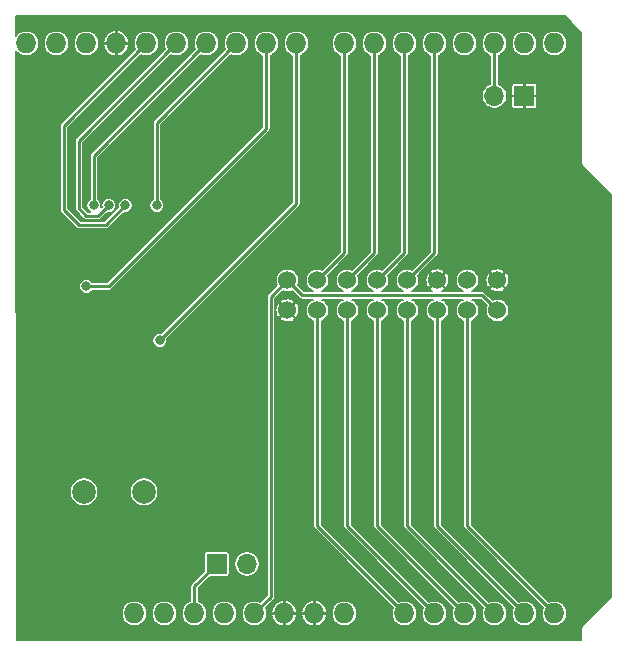
<source format=gbr>
G04 #@! TF.GenerationSoftware,KiCad,Pcbnew,(5.1.6)-1*
G04 #@! TF.CreationDate,2021-02-02T01:52:48+01:00*
G04 #@! TF.ProjectId,Thermolino2,54686572-6d6f-46c6-996e-6f322e6b6963,C*
G04 #@! TF.SameCoordinates,Original*
G04 #@! TF.FileFunction,Copper,L2,Bot*
G04 #@! TF.FilePolarity,Positive*
%FSLAX46Y46*%
G04 Gerber Fmt 4.6, Leading zero omitted, Abs format (unit mm)*
G04 Created by KiCad (PCBNEW (5.1.6)-1) date 2021-02-02 01:52:48*
%MOMM*%
%LPD*%
G01*
G04 APERTURE LIST*
G04 #@! TA.AperFunction,ComponentPad*
%ADD10C,2.000000*%
G04 #@! TD*
G04 #@! TA.AperFunction,ComponentPad*
%ADD11O,1.727200X1.727200*%
G04 #@! TD*
G04 #@! TA.AperFunction,ComponentPad*
%ADD12R,1.700000X1.700000*%
G04 #@! TD*
G04 #@! TA.AperFunction,ComponentPad*
%ADD13O,1.700000X1.700000*%
G04 #@! TD*
G04 #@! TA.AperFunction,ComponentPad*
%ADD14C,1.524000*%
G04 #@! TD*
G04 #@! TA.AperFunction,ViaPad*
%ADD15C,0.800000*%
G04 #@! TD*
G04 #@! TA.AperFunction,Conductor*
%ADD16C,0.250000*%
G04 #@! TD*
G04 #@! TA.AperFunction,Conductor*
%ADD17C,0.150000*%
G04 #@! TD*
G04 APERTURE END LIST*
D10*
X138359000Y-114427000D03*
X143439000Y-114427000D03*
D11*
X178181000Y-124714000D03*
X175641000Y-124714000D03*
X173101000Y-124714000D03*
X170561000Y-124714000D03*
X168021000Y-124714000D03*
X142621000Y-124714000D03*
X148717000Y-76454000D03*
X146177000Y-76454000D03*
X143637000Y-76454000D03*
X138557000Y-76454000D03*
X136017000Y-76454000D03*
X133477000Y-76454000D03*
X151257000Y-76454000D03*
X153797000Y-76454000D03*
X156337000Y-76454000D03*
X141097000Y-76454000D03*
X160401000Y-76454000D03*
X162941000Y-76454000D03*
X165481000Y-76454000D03*
X168021000Y-76454000D03*
X170561000Y-76454000D03*
X173101000Y-76454000D03*
X175641000Y-76454000D03*
X178181000Y-76454000D03*
X145161000Y-124714000D03*
X147701000Y-124714000D03*
X150241000Y-124714000D03*
X152781000Y-124714000D03*
X155321000Y-124714000D03*
X157861000Y-124714000D03*
X160401000Y-124714000D03*
X165481000Y-124714000D03*
D12*
X149606000Y-120523000D03*
D13*
X152146000Y-120523000D03*
D12*
X175641000Y-80899000D03*
D13*
X173101000Y-80899000D03*
D14*
X173355000Y-96520000D03*
X173355000Y-99060000D03*
X170815000Y-96520000D03*
X170815000Y-99060000D03*
X168275000Y-96520000D03*
X168275000Y-99060000D03*
X165735000Y-96520000D03*
X165735000Y-99060000D03*
X163195000Y-96520000D03*
X163195000Y-99060000D03*
X160655000Y-96520000D03*
X160655000Y-99060000D03*
X158115000Y-96520000D03*
X158115000Y-99060000D03*
X155575000Y-96520000D03*
X155575000Y-99060000D03*
D15*
X141859000Y-90170000D03*
X139192000Y-90170000D03*
X144526000Y-90170000D03*
X138557000Y-97028000D03*
X140462000Y-90170000D03*
X144780000Y-101600000D03*
D16*
X173355000Y-99060000D02*
X172085000Y-97790000D01*
X156845000Y-97790000D02*
X155575000Y-96520000D01*
X172085000Y-97790000D02*
X156845000Y-97790000D01*
X155575000Y-96520000D02*
X154178000Y-97917000D01*
X154178000Y-119126000D02*
X154178000Y-123317000D01*
X154178000Y-97917000D02*
X154178000Y-119126000D01*
X152781000Y-124714000D02*
X154178000Y-123317000D01*
X147701000Y-122428000D02*
X149606000Y-120523000D01*
X147701000Y-124714000D02*
X147701000Y-122428000D01*
X140208000Y-91821000D02*
X141859000Y-90170000D01*
X143637000Y-76454000D02*
X136652000Y-83439000D01*
X137922000Y-91821000D02*
X140208000Y-91821000D01*
X136652000Y-90551000D02*
X137922000Y-91821000D01*
X136652000Y-83439000D02*
X136652000Y-90551000D01*
X139192000Y-85979000D02*
X148717000Y-76454000D01*
X139192000Y-90170000D02*
X139192000Y-85979000D01*
X144526000Y-83185000D02*
X151257000Y-76454000D01*
X144526000Y-90170000D02*
X144526000Y-83185000D01*
X173101000Y-76454000D02*
X173101000Y-80899000D01*
X170815000Y-117348000D02*
X178181000Y-124714000D01*
X170815000Y-99060000D02*
X170815000Y-117348000D01*
X168275000Y-117348000D02*
X175641000Y-124714000D01*
X168275000Y-99060000D02*
X168275000Y-117348000D01*
X168021000Y-94234000D02*
X165735000Y-96520000D01*
X168021000Y-76454000D02*
X168021000Y-94234000D01*
X165735000Y-117348000D02*
X173101000Y-124714000D01*
X165735000Y-99060000D02*
X165735000Y-117348000D01*
X165481000Y-94234000D02*
X163195000Y-96520000D01*
X165481000Y-76454000D02*
X165481000Y-94234000D01*
X163195000Y-117348000D02*
X170561000Y-124714000D01*
X163195000Y-99060000D02*
X163195000Y-117348000D01*
X162941000Y-94234000D02*
X160655000Y-96520000D01*
X162941000Y-76454000D02*
X162941000Y-94234000D01*
X160655000Y-117348000D02*
X168021000Y-124714000D01*
X160655000Y-99060000D02*
X160655000Y-117348000D01*
X160401000Y-94234000D02*
X158115000Y-96520000D01*
X160401000Y-76454000D02*
X160401000Y-94234000D01*
X158115000Y-117348000D02*
X165481000Y-124714000D01*
X158115000Y-99060000D02*
X158115000Y-117348000D01*
X153797000Y-83693000D02*
X153797000Y-76454000D01*
X138557000Y-97028000D02*
X140462000Y-97028000D01*
X140462000Y-97028000D02*
X153797000Y-83693000D01*
X137922000Y-90424000D02*
X137922000Y-84709000D01*
X137922000Y-84709000D02*
X146177000Y-76454000D01*
X138557000Y-91059000D02*
X137922000Y-90424000D01*
X139573000Y-91059000D02*
X138557000Y-91059000D01*
X140462000Y-90170000D02*
X139573000Y-91059000D01*
X156337000Y-90043000D02*
X144780000Y-101600000D01*
X156337000Y-79629000D02*
X156337000Y-90043000D01*
X156337000Y-79629000D02*
X156337000Y-76454000D01*
X156337000Y-79813685D02*
X156337000Y-79629000D01*
D17*
G36*
X180471000Y-75541554D02*
G01*
X180471001Y-86601715D01*
X180469791Y-86614000D01*
X180474618Y-86663008D01*
X180488913Y-86710133D01*
X180488914Y-86710134D01*
X180512128Y-86753564D01*
X180543369Y-86791632D01*
X180552910Y-86799462D01*
X183011000Y-89257554D01*
X183011001Y-123340445D01*
X180552914Y-125798534D01*
X180543368Y-125806368D01*
X180512127Y-125844436D01*
X180488914Y-125887866D01*
X180488913Y-125887867D01*
X180474618Y-125934992D01*
X180469791Y-125984000D01*
X180471000Y-125996275D01*
X180471001Y-127004000D01*
X132710405Y-127004000D01*
X132704698Y-124606782D01*
X141532400Y-124606782D01*
X141532400Y-124821218D01*
X141574235Y-125031533D01*
X141656295Y-125229645D01*
X141775429Y-125407942D01*
X141927058Y-125559571D01*
X142105355Y-125678705D01*
X142303467Y-125760765D01*
X142513782Y-125802600D01*
X142728218Y-125802600D01*
X142938533Y-125760765D01*
X143136645Y-125678705D01*
X143314942Y-125559571D01*
X143466571Y-125407942D01*
X143585705Y-125229645D01*
X143667765Y-125031533D01*
X143709600Y-124821218D01*
X143709600Y-124606782D01*
X144072400Y-124606782D01*
X144072400Y-124821218D01*
X144114235Y-125031533D01*
X144196295Y-125229645D01*
X144315429Y-125407942D01*
X144467058Y-125559571D01*
X144645355Y-125678705D01*
X144843467Y-125760765D01*
X145053782Y-125802600D01*
X145268218Y-125802600D01*
X145478533Y-125760765D01*
X145676645Y-125678705D01*
X145854942Y-125559571D01*
X146006571Y-125407942D01*
X146125705Y-125229645D01*
X146207765Y-125031533D01*
X146249600Y-124821218D01*
X146249600Y-124606782D01*
X146612400Y-124606782D01*
X146612400Y-124821218D01*
X146654235Y-125031533D01*
X146736295Y-125229645D01*
X146855429Y-125407942D01*
X147007058Y-125559571D01*
X147185355Y-125678705D01*
X147383467Y-125760765D01*
X147593782Y-125802600D01*
X147808218Y-125802600D01*
X148018533Y-125760765D01*
X148216645Y-125678705D01*
X148394942Y-125559571D01*
X148546571Y-125407942D01*
X148665705Y-125229645D01*
X148747765Y-125031533D01*
X148789600Y-124821218D01*
X148789600Y-124606782D01*
X149152400Y-124606782D01*
X149152400Y-124821218D01*
X149194235Y-125031533D01*
X149276295Y-125229645D01*
X149395429Y-125407942D01*
X149547058Y-125559571D01*
X149725355Y-125678705D01*
X149923467Y-125760765D01*
X150133782Y-125802600D01*
X150348218Y-125802600D01*
X150558533Y-125760765D01*
X150756645Y-125678705D01*
X150934942Y-125559571D01*
X151086571Y-125407942D01*
X151205705Y-125229645D01*
X151287765Y-125031533D01*
X151329600Y-124821218D01*
X151329600Y-124606782D01*
X151692400Y-124606782D01*
X151692400Y-124821218D01*
X151734235Y-125031533D01*
X151816295Y-125229645D01*
X151935429Y-125407942D01*
X152087058Y-125559571D01*
X152265355Y-125678705D01*
X152463467Y-125760765D01*
X152673782Y-125802600D01*
X152888218Y-125802600D01*
X153098533Y-125760765D01*
X153296645Y-125678705D01*
X153474942Y-125559571D01*
X153626571Y-125407942D01*
X153745705Y-125229645D01*
X153827765Y-125031533D01*
X153853821Y-124900541D01*
X154223135Y-124900541D01*
X154235318Y-124961791D01*
X154304521Y-125168836D01*
X154412787Y-125358402D01*
X154555955Y-125523204D01*
X154728523Y-125656908D01*
X154923860Y-125754377D01*
X155134459Y-125811865D01*
X155308500Y-125765030D01*
X155308500Y-124726500D01*
X155333500Y-124726500D01*
X155333500Y-125765030D01*
X155507541Y-125811865D01*
X155718140Y-125754377D01*
X155913477Y-125656908D01*
X156086045Y-125523204D01*
X156229213Y-125358402D01*
X156337479Y-125168836D01*
X156406682Y-124961791D01*
X156418865Y-124900541D01*
X156763135Y-124900541D01*
X156775318Y-124961791D01*
X156844521Y-125168836D01*
X156952787Y-125358402D01*
X157095955Y-125523204D01*
X157268523Y-125656908D01*
X157463860Y-125754377D01*
X157674459Y-125811865D01*
X157848500Y-125765030D01*
X157848500Y-124726500D01*
X157873500Y-124726500D01*
X157873500Y-125765030D01*
X158047541Y-125811865D01*
X158258140Y-125754377D01*
X158453477Y-125656908D01*
X158626045Y-125523204D01*
X158769213Y-125358402D01*
X158877479Y-125168836D01*
X158946682Y-124961791D01*
X158958865Y-124900541D01*
X158912026Y-124726500D01*
X157873500Y-124726500D01*
X157848500Y-124726500D01*
X156809974Y-124726500D01*
X156763135Y-124900541D01*
X156418865Y-124900541D01*
X156372026Y-124726500D01*
X155333500Y-124726500D01*
X155308500Y-124726500D01*
X154269974Y-124726500D01*
X154223135Y-124900541D01*
X153853821Y-124900541D01*
X153869600Y-124821218D01*
X153869600Y-124606782D01*
X153853822Y-124527459D01*
X154223135Y-124527459D01*
X154269974Y-124701500D01*
X155308500Y-124701500D01*
X155308500Y-123662970D01*
X155333500Y-123662970D01*
X155333500Y-124701500D01*
X156372026Y-124701500D01*
X156418865Y-124527459D01*
X156763135Y-124527459D01*
X156809974Y-124701500D01*
X157848500Y-124701500D01*
X157848500Y-123662970D01*
X157873500Y-123662970D01*
X157873500Y-124701500D01*
X158912026Y-124701500D01*
X158937517Y-124606782D01*
X159312400Y-124606782D01*
X159312400Y-124821218D01*
X159354235Y-125031533D01*
X159436295Y-125229645D01*
X159555429Y-125407942D01*
X159707058Y-125559571D01*
X159885355Y-125678705D01*
X160083467Y-125760765D01*
X160293782Y-125802600D01*
X160508218Y-125802600D01*
X160718533Y-125760765D01*
X160916645Y-125678705D01*
X161094942Y-125559571D01*
X161246571Y-125407942D01*
X161365705Y-125229645D01*
X161447765Y-125031533D01*
X161489600Y-124821218D01*
X161489600Y-124606782D01*
X161447765Y-124396467D01*
X161365705Y-124198355D01*
X161246571Y-124020058D01*
X161094942Y-123868429D01*
X160916645Y-123749295D01*
X160718533Y-123667235D01*
X160508218Y-123625400D01*
X160293782Y-123625400D01*
X160083467Y-123667235D01*
X159885355Y-123749295D01*
X159707058Y-123868429D01*
X159555429Y-124020058D01*
X159436295Y-124198355D01*
X159354235Y-124396467D01*
X159312400Y-124606782D01*
X158937517Y-124606782D01*
X158958865Y-124527459D01*
X158946682Y-124466209D01*
X158877479Y-124259164D01*
X158769213Y-124069598D01*
X158626045Y-123904796D01*
X158453477Y-123771092D01*
X158258140Y-123673623D01*
X158047541Y-123616135D01*
X157873500Y-123662970D01*
X157848500Y-123662970D01*
X157674459Y-123616135D01*
X157463860Y-123673623D01*
X157268523Y-123771092D01*
X157095955Y-123904796D01*
X156952787Y-124069598D01*
X156844521Y-124259164D01*
X156775318Y-124466209D01*
X156763135Y-124527459D01*
X156418865Y-124527459D01*
X156406682Y-124466209D01*
X156337479Y-124259164D01*
X156229213Y-124069598D01*
X156086045Y-123904796D01*
X155913477Y-123771092D01*
X155718140Y-123673623D01*
X155507541Y-123616135D01*
X155333500Y-123662970D01*
X155308500Y-123662970D01*
X155134459Y-123616135D01*
X154923860Y-123673623D01*
X154728523Y-123771092D01*
X154555955Y-123904796D01*
X154412787Y-124069598D01*
X154304521Y-124259164D01*
X154235318Y-124466209D01*
X154223135Y-124527459D01*
X153853822Y-124527459D01*
X153827765Y-124396467D01*
X153759153Y-124230821D01*
X154413330Y-123576645D01*
X154426685Y-123565685D01*
X154470422Y-123512390D01*
X154502922Y-123451587D01*
X154522935Y-123385612D01*
X154528000Y-123334189D01*
X154528000Y-123334187D01*
X154529693Y-123317001D01*
X154528000Y-123299815D01*
X154528000Y-99743641D01*
X154909036Y-99743641D01*
X154987441Y-99889972D01*
X155160650Y-99988651D01*
X155349783Y-100051643D01*
X155547571Y-100076526D01*
X155746413Y-100062345D01*
X155938666Y-100009644D01*
X156116945Y-99920450D01*
X156162559Y-99889972D01*
X156240964Y-99743641D01*
X155575000Y-99077678D01*
X154909036Y-99743641D01*
X154528000Y-99743641D01*
X154528000Y-99032571D01*
X154558474Y-99032571D01*
X154572655Y-99231413D01*
X154625356Y-99423666D01*
X154714550Y-99601945D01*
X154745028Y-99647559D01*
X154891359Y-99725964D01*
X155557322Y-99060000D01*
X155592678Y-99060000D01*
X156258641Y-99725964D01*
X156404972Y-99647559D01*
X156503651Y-99474350D01*
X156566643Y-99285217D01*
X156591526Y-99087429D01*
X156577345Y-98888587D01*
X156524644Y-98696334D01*
X156435450Y-98518055D01*
X156404972Y-98472441D01*
X156258641Y-98394036D01*
X155592678Y-99060000D01*
X155557322Y-99060000D01*
X154891359Y-98394036D01*
X154745028Y-98472441D01*
X154646349Y-98645650D01*
X154583357Y-98834783D01*
X154558474Y-99032571D01*
X154528000Y-99032571D01*
X154528000Y-98376359D01*
X154909036Y-98376359D01*
X155575000Y-99042322D01*
X156240964Y-98376359D01*
X156162559Y-98230028D01*
X155989350Y-98131349D01*
X155800217Y-98068357D01*
X155602429Y-98043474D01*
X155403587Y-98057655D01*
X155211334Y-98110356D01*
X155033055Y-98199550D01*
X154987441Y-98230028D01*
X154909036Y-98376359D01*
X154528000Y-98376359D01*
X154528000Y-98061973D01*
X155169582Y-97420392D01*
X155287103Y-97469070D01*
X155477789Y-97507000D01*
X155672211Y-97507000D01*
X155862897Y-97469070D01*
X155980418Y-97420392D01*
X156585355Y-98025330D01*
X156596315Y-98038685D01*
X156649610Y-98082422D01*
X156710413Y-98114922D01*
X156756374Y-98128864D01*
X156776387Y-98134935D01*
X156844999Y-98141693D01*
X156862188Y-98140000D01*
X157756922Y-98140000D01*
X157647480Y-98185332D01*
X157485824Y-98293347D01*
X157348347Y-98430824D01*
X157240332Y-98592480D01*
X157165930Y-98772103D01*
X157128000Y-98962789D01*
X157128000Y-99157211D01*
X157165930Y-99347897D01*
X157240332Y-99527520D01*
X157348347Y-99689176D01*
X157485824Y-99826653D01*
X157647480Y-99934668D01*
X157765000Y-99983346D01*
X157765001Y-117330802D01*
X157763307Y-117348000D01*
X157770065Y-117416611D01*
X157790079Y-117482587D01*
X157822579Y-117543390D01*
X157866316Y-117596685D01*
X157879676Y-117607649D01*
X164502847Y-124230821D01*
X164434235Y-124396467D01*
X164392400Y-124606782D01*
X164392400Y-124821218D01*
X164434235Y-125031533D01*
X164516295Y-125229645D01*
X164635429Y-125407942D01*
X164787058Y-125559571D01*
X164965355Y-125678705D01*
X165163467Y-125760765D01*
X165373782Y-125802600D01*
X165588218Y-125802600D01*
X165798533Y-125760765D01*
X165996645Y-125678705D01*
X166174942Y-125559571D01*
X166326571Y-125407942D01*
X166445705Y-125229645D01*
X166527765Y-125031533D01*
X166569600Y-124821218D01*
X166569600Y-124606782D01*
X166527765Y-124396467D01*
X166445705Y-124198355D01*
X166326571Y-124020058D01*
X166174942Y-123868429D01*
X165996645Y-123749295D01*
X165798533Y-123667235D01*
X165588218Y-123625400D01*
X165373782Y-123625400D01*
X165163467Y-123667235D01*
X164997821Y-123735847D01*
X158465000Y-117203027D01*
X158465000Y-99983346D01*
X158582520Y-99934668D01*
X158744176Y-99826653D01*
X158881653Y-99689176D01*
X158989668Y-99527520D01*
X159064070Y-99347897D01*
X159102000Y-99157211D01*
X159102000Y-98962789D01*
X159064070Y-98772103D01*
X158989668Y-98592480D01*
X158881653Y-98430824D01*
X158744176Y-98293347D01*
X158582520Y-98185332D01*
X158473078Y-98140000D01*
X160296922Y-98140000D01*
X160187480Y-98185332D01*
X160025824Y-98293347D01*
X159888347Y-98430824D01*
X159780332Y-98592480D01*
X159705930Y-98772103D01*
X159668000Y-98962789D01*
X159668000Y-99157211D01*
X159705930Y-99347897D01*
X159780332Y-99527520D01*
X159888347Y-99689176D01*
X160025824Y-99826653D01*
X160187480Y-99934668D01*
X160305000Y-99983346D01*
X160305001Y-117330802D01*
X160303307Y-117348000D01*
X160310065Y-117416611D01*
X160330079Y-117482587D01*
X160362579Y-117543390D01*
X160406316Y-117596685D01*
X160419676Y-117607649D01*
X167042847Y-124230821D01*
X166974235Y-124396467D01*
X166932400Y-124606782D01*
X166932400Y-124821218D01*
X166974235Y-125031533D01*
X167056295Y-125229645D01*
X167175429Y-125407942D01*
X167327058Y-125559571D01*
X167505355Y-125678705D01*
X167703467Y-125760765D01*
X167913782Y-125802600D01*
X168128218Y-125802600D01*
X168338533Y-125760765D01*
X168536645Y-125678705D01*
X168714942Y-125559571D01*
X168866571Y-125407942D01*
X168985705Y-125229645D01*
X169067765Y-125031533D01*
X169109600Y-124821218D01*
X169109600Y-124606782D01*
X169067765Y-124396467D01*
X168985705Y-124198355D01*
X168866571Y-124020058D01*
X168714942Y-123868429D01*
X168536645Y-123749295D01*
X168338533Y-123667235D01*
X168128218Y-123625400D01*
X167913782Y-123625400D01*
X167703467Y-123667235D01*
X167537821Y-123735847D01*
X161005000Y-117203027D01*
X161005000Y-99983346D01*
X161122520Y-99934668D01*
X161284176Y-99826653D01*
X161421653Y-99689176D01*
X161529668Y-99527520D01*
X161604070Y-99347897D01*
X161642000Y-99157211D01*
X161642000Y-98962789D01*
X161604070Y-98772103D01*
X161529668Y-98592480D01*
X161421653Y-98430824D01*
X161284176Y-98293347D01*
X161122520Y-98185332D01*
X161013078Y-98140000D01*
X162836922Y-98140000D01*
X162727480Y-98185332D01*
X162565824Y-98293347D01*
X162428347Y-98430824D01*
X162320332Y-98592480D01*
X162245930Y-98772103D01*
X162208000Y-98962789D01*
X162208000Y-99157211D01*
X162245930Y-99347897D01*
X162320332Y-99527520D01*
X162428347Y-99689176D01*
X162565824Y-99826653D01*
X162727480Y-99934668D01*
X162845000Y-99983346D01*
X162845001Y-117330802D01*
X162843307Y-117348000D01*
X162850065Y-117416611D01*
X162870079Y-117482587D01*
X162902579Y-117543390D01*
X162946316Y-117596685D01*
X162959676Y-117607649D01*
X169582847Y-124230821D01*
X169514235Y-124396467D01*
X169472400Y-124606782D01*
X169472400Y-124821218D01*
X169514235Y-125031533D01*
X169596295Y-125229645D01*
X169715429Y-125407942D01*
X169867058Y-125559571D01*
X170045355Y-125678705D01*
X170243467Y-125760765D01*
X170453782Y-125802600D01*
X170668218Y-125802600D01*
X170878533Y-125760765D01*
X171076645Y-125678705D01*
X171254942Y-125559571D01*
X171406571Y-125407942D01*
X171525705Y-125229645D01*
X171607765Y-125031533D01*
X171649600Y-124821218D01*
X171649600Y-124606782D01*
X171607765Y-124396467D01*
X171525705Y-124198355D01*
X171406571Y-124020058D01*
X171254942Y-123868429D01*
X171076645Y-123749295D01*
X170878533Y-123667235D01*
X170668218Y-123625400D01*
X170453782Y-123625400D01*
X170243467Y-123667235D01*
X170077821Y-123735847D01*
X163545000Y-117203027D01*
X163545000Y-99983346D01*
X163662520Y-99934668D01*
X163824176Y-99826653D01*
X163961653Y-99689176D01*
X164069668Y-99527520D01*
X164144070Y-99347897D01*
X164182000Y-99157211D01*
X164182000Y-98962789D01*
X164144070Y-98772103D01*
X164069668Y-98592480D01*
X163961653Y-98430824D01*
X163824176Y-98293347D01*
X163662520Y-98185332D01*
X163553078Y-98140000D01*
X165376922Y-98140000D01*
X165267480Y-98185332D01*
X165105824Y-98293347D01*
X164968347Y-98430824D01*
X164860332Y-98592480D01*
X164785930Y-98772103D01*
X164748000Y-98962789D01*
X164748000Y-99157211D01*
X164785930Y-99347897D01*
X164860332Y-99527520D01*
X164968347Y-99689176D01*
X165105824Y-99826653D01*
X165267480Y-99934668D01*
X165385000Y-99983346D01*
X165385001Y-117330802D01*
X165383307Y-117348000D01*
X165390065Y-117416611D01*
X165410079Y-117482587D01*
X165442579Y-117543390D01*
X165486316Y-117596685D01*
X165499676Y-117607649D01*
X172122847Y-124230821D01*
X172054235Y-124396467D01*
X172012400Y-124606782D01*
X172012400Y-124821218D01*
X172054235Y-125031533D01*
X172136295Y-125229645D01*
X172255429Y-125407942D01*
X172407058Y-125559571D01*
X172585355Y-125678705D01*
X172783467Y-125760765D01*
X172993782Y-125802600D01*
X173208218Y-125802600D01*
X173418533Y-125760765D01*
X173616645Y-125678705D01*
X173794942Y-125559571D01*
X173946571Y-125407942D01*
X174065705Y-125229645D01*
X174147765Y-125031533D01*
X174189600Y-124821218D01*
X174189600Y-124606782D01*
X174147765Y-124396467D01*
X174065705Y-124198355D01*
X173946571Y-124020058D01*
X173794942Y-123868429D01*
X173616645Y-123749295D01*
X173418533Y-123667235D01*
X173208218Y-123625400D01*
X172993782Y-123625400D01*
X172783467Y-123667235D01*
X172617821Y-123735847D01*
X166085000Y-117203027D01*
X166085000Y-99983346D01*
X166202520Y-99934668D01*
X166364176Y-99826653D01*
X166501653Y-99689176D01*
X166609668Y-99527520D01*
X166684070Y-99347897D01*
X166722000Y-99157211D01*
X166722000Y-98962789D01*
X166684070Y-98772103D01*
X166609668Y-98592480D01*
X166501653Y-98430824D01*
X166364176Y-98293347D01*
X166202520Y-98185332D01*
X166093078Y-98140000D01*
X167916922Y-98140000D01*
X167807480Y-98185332D01*
X167645824Y-98293347D01*
X167508347Y-98430824D01*
X167400332Y-98592480D01*
X167325930Y-98772103D01*
X167288000Y-98962789D01*
X167288000Y-99157211D01*
X167325930Y-99347897D01*
X167400332Y-99527520D01*
X167508347Y-99689176D01*
X167645824Y-99826653D01*
X167807480Y-99934668D01*
X167925000Y-99983346D01*
X167925001Y-117330802D01*
X167923307Y-117348000D01*
X167930065Y-117416611D01*
X167950079Y-117482587D01*
X167982579Y-117543390D01*
X168026316Y-117596685D01*
X168039676Y-117607649D01*
X174662847Y-124230821D01*
X174594235Y-124396467D01*
X174552400Y-124606782D01*
X174552400Y-124821218D01*
X174594235Y-125031533D01*
X174676295Y-125229645D01*
X174795429Y-125407942D01*
X174947058Y-125559571D01*
X175125355Y-125678705D01*
X175323467Y-125760765D01*
X175533782Y-125802600D01*
X175748218Y-125802600D01*
X175958533Y-125760765D01*
X176156645Y-125678705D01*
X176334942Y-125559571D01*
X176486571Y-125407942D01*
X176605705Y-125229645D01*
X176687765Y-125031533D01*
X176729600Y-124821218D01*
X176729600Y-124606782D01*
X176687765Y-124396467D01*
X176605705Y-124198355D01*
X176486571Y-124020058D01*
X176334942Y-123868429D01*
X176156645Y-123749295D01*
X175958533Y-123667235D01*
X175748218Y-123625400D01*
X175533782Y-123625400D01*
X175323467Y-123667235D01*
X175157821Y-123735847D01*
X168625000Y-117203027D01*
X168625000Y-99983346D01*
X168742520Y-99934668D01*
X168904176Y-99826653D01*
X169041653Y-99689176D01*
X169149668Y-99527520D01*
X169224070Y-99347897D01*
X169262000Y-99157211D01*
X169262000Y-98962789D01*
X169224070Y-98772103D01*
X169149668Y-98592480D01*
X169041653Y-98430824D01*
X168904176Y-98293347D01*
X168742520Y-98185332D01*
X168633078Y-98140000D01*
X170456922Y-98140000D01*
X170347480Y-98185332D01*
X170185824Y-98293347D01*
X170048347Y-98430824D01*
X169940332Y-98592480D01*
X169865930Y-98772103D01*
X169828000Y-98962789D01*
X169828000Y-99157211D01*
X169865930Y-99347897D01*
X169940332Y-99527520D01*
X170048347Y-99689176D01*
X170185824Y-99826653D01*
X170347480Y-99934668D01*
X170465000Y-99983346D01*
X170465001Y-117330802D01*
X170463307Y-117348000D01*
X170470065Y-117416611D01*
X170490079Y-117482587D01*
X170522579Y-117543390D01*
X170566316Y-117596685D01*
X170579676Y-117607649D01*
X177202847Y-124230821D01*
X177134235Y-124396467D01*
X177092400Y-124606782D01*
X177092400Y-124821218D01*
X177134235Y-125031533D01*
X177216295Y-125229645D01*
X177335429Y-125407942D01*
X177487058Y-125559571D01*
X177665355Y-125678705D01*
X177863467Y-125760765D01*
X178073782Y-125802600D01*
X178288218Y-125802600D01*
X178498533Y-125760765D01*
X178696645Y-125678705D01*
X178874942Y-125559571D01*
X179026571Y-125407942D01*
X179145705Y-125229645D01*
X179227765Y-125031533D01*
X179269600Y-124821218D01*
X179269600Y-124606782D01*
X179227765Y-124396467D01*
X179145705Y-124198355D01*
X179026571Y-124020058D01*
X178874942Y-123868429D01*
X178696645Y-123749295D01*
X178498533Y-123667235D01*
X178288218Y-123625400D01*
X178073782Y-123625400D01*
X177863467Y-123667235D01*
X177697821Y-123735847D01*
X171165000Y-117203027D01*
X171165000Y-99983346D01*
X171282520Y-99934668D01*
X171444176Y-99826653D01*
X171581653Y-99689176D01*
X171689668Y-99527520D01*
X171764070Y-99347897D01*
X171802000Y-99157211D01*
X171802000Y-98962789D01*
X171764070Y-98772103D01*
X171689668Y-98592480D01*
X171581653Y-98430824D01*
X171444176Y-98293347D01*
X171282520Y-98185332D01*
X171173078Y-98140000D01*
X171940027Y-98140000D01*
X172454608Y-98654582D01*
X172405930Y-98772103D01*
X172368000Y-98962789D01*
X172368000Y-99157211D01*
X172405930Y-99347897D01*
X172480332Y-99527520D01*
X172588347Y-99689176D01*
X172725824Y-99826653D01*
X172887480Y-99934668D01*
X173067103Y-100009070D01*
X173257789Y-100047000D01*
X173452211Y-100047000D01*
X173642897Y-100009070D01*
X173822520Y-99934668D01*
X173984176Y-99826653D01*
X174121653Y-99689176D01*
X174229668Y-99527520D01*
X174304070Y-99347897D01*
X174342000Y-99157211D01*
X174342000Y-98962789D01*
X174304070Y-98772103D01*
X174229668Y-98592480D01*
X174121653Y-98430824D01*
X173984176Y-98293347D01*
X173822520Y-98185332D01*
X173642897Y-98110930D01*
X173452211Y-98073000D01*
X173257789Y-98073000D01*
X173067103Y-98110930D01*
X172949582Y-98159608D01*
X172344653Y-97554680D01*
X172333685Y-97541315D01*
X172280390Y-97497578D01*
X172219587Y-97465078D01*
X172153612Y-97445065D01*
X172102189Y-97440000D01*
X172102188Y-97440000D01*
X172085000Y-97438307D01*
X172067812Y-97440000D01*
X171173078Y-97440000D01*
X171282520Y-97394668D01*
X171444176Y-97286653D01*
X171527188Y-97203641D01*
X172689036Y-97203641D01*
X172767441Y-97349972D01*
X172940650Y-97448651D01*
X173129783Y-97511643D01*
X173327571Y-97536526D01*
X173526413Y-97522345D01*
X173718666Y-97469644D01*
X173896945Y-97380450D01*
X173942559Y-97349972D01*
X174020964Y-97203641D01*
X173355000Y-96537678D01*
X172689036Y-97203641D01*
X171527188Y-97203641D01*
X171581653Y-97149176D01*
X171689668Y-96987520D01*
X171764070Y-96807897D01*
X171802000Y-96617211D01*
X171802000Y-96492571D01*
X172338474Y-96492571D01*
X172352655Y-96691413D01*
X172405356Y-96883666D01*
X172494550Y-97061945D01*
X172525028Y-97107559D01*
X172671359Y-97185964D01*
X173337322Y-96520000D01*
X173372678Y-96520000D01*
X174038641Y-97185964D01*
X174184972Y-97107559D01*
X174283651Y-96934350D01*
X174346643Y-96745217D01*
X174371526Y-96547429D01*
X174357345Y-96348587D01*
X174304644Y-96156334D01*
X174215450Y-95978055D01*
X174184972Y-95932441D01*
X174038641Y-95854036D01*
X173372678Y-96520000D01*
X173337322Y-96520000D01*
X172671359Y-95854036D01*
X172525028Y-95932441D01*
X172426349Y-96105650D01*
X172363357Y-96294783D01*
X172338474Y-96492571D01*
X171802000Y-96492571D01*
X171802000Y-96422789D01*
X171764070Y-96232103D01*
X171689668Y-96052480D01*
X171581653Y-95890824D01*
X171527188Y-95836359D01*
X172689036Y-95836359D01*
X173355000Y-96502322D01*
X174020964Y-95836359D01*
X173942559Y-95690028D01*
X173769350Y-95591349D01*
X173580217Y-95528357D01*
X173382429Y-95503474D01*
X173183587Y-95517655D01*
X172991334Y-95570356D01*
X172813055Y-95659550D01*
X172767441Y-95690028D01*
X172689036Y-95836359D01*
X171527188Y-95836359D01*
X171444176Y-95753347D01*
X171282520Y-95645332D01*
X171102897Y-95570930D01*
X170912211Y-95533000D01*
X170717789Y-95533000D01*
X170527103Y-95570930D01*
X170347480Y-95645332D01*
X170185824Y-95753347D01*
X170048347Y-95890824D01*
X169940332Y-96052480D01*
X169865930Y-96232103D01*
X169828000Y-96422789D01*
X169828000Y-96617211D01*
X169865930Y-96807897D01*
X169940332Y-96987520D01*
X170048347Y-97149176D01*
X170185824Y-97286653D01*
X170347480Y-97394668D01*
X170456922Y-97440000D01*
X168697918Y-97440000D01*
X168816945Y-97380450D01*
X168862559Y-97349972D01*
X168940964Y-97203641D01*
X168275000Y-96537678D01*
X167609036Y-97203641D01*
X167687441Y-97349972D01*
X167845465Y-97440000D01*
X166093078Y-97440000D01*
X166202520Y-97394668D01*
X166364176Y-97286653D01*
X166501653Y-97149176D01*
X166609668Y-96987520D01*
X166684070Y-96807897D01*
X166722000Y-96617211D01*
X166722000Y-96492571D01*
X167258474Y-96492571D01*
X167272655Y-96691413D01*
X167325356Y-96883666D01*
X167414550Y-97061945D01*
X167445028Y-97107559D01*
X167591359Y-97185964D01*
X168257322Y-96520000D01*
X168292678Y-96520000D01*
X168958641Y-97185964D01*
X169104972Y-97107559D01*
X169203651Y-96934350D01*
X169266643Y-96745217D01*
X169291526Y-96547429D01*
X169277345Y-96348587D01*
X169224644Y-96156334D01*
X169135450Y-95978055D01*
X169104972Y-95932441D01*
X168958641Y-95854036D01*
X168292678Y-96520000D01*
X168257322Y-96520000D01*
X167591359Y-95854036D01*
X167445028Y-95932441D01*
X167346349Y-96105650D01*
X167283357Y-96294783D01*
X167258474Y-96492571D01*
X166722000Y-96492571D01*
X166722000Y-96422789D01*
X166684070Y-96232103D01*
X166635391Y-96114582D01*
X166913614Y-95836359D01*
X167609036Y-95836359D01*
X168275000Y-96502322D01*
X168940964Y-95836359D01*
X168862559Y-95690028D01*
X168689350Y-95591349D01*
X168500217Y-95528357D01*
X168302429Y-95503474D01*
X168103587Y-95517655D01*
X167911334Y-95570356D01*
X167733055Y-95659550D01*
X167687441Y-95690028D01*
X167609036Y-95836359D01*
X166913614Y-95836359D01*
X168256330Y-94493645D01*
X168269685Y-94482685D01*
X168313422Y-94429390D01*
X168345922Y-94368587D01*
X168365935Y-94302612D01*
X168371000Y-94251189D01*
X168372693Y-94234001D01*
X168371000Y-94216812D01*
X168371000Y-77487317D01*
X168536645Y-77418705D01*
X168714942Y-77299571D01*
X168866571Y-77147942D01*
X168985705Y-76969645D01*
X169067765Y-76771533D01*
X169109600Y-76561218D01*
X169109600Y-76346782D01*
X169472400Y-76346782D01*
X169472400Y-76561218D01*
X169514235Y-76771533D01*
X169596295Y-76969645D01*
X169715429Y-77147942D01*
X169867058Y-77299571D01*
X170045355Y-77418705D01*
X170243467Y-77500765D01*
X170453782Y-77542600D01*
X170668218Y-77542600D01*
X170878533Y-77500765D01*
X171076645Y-77418705D01*
X171254942Y-77299571D01*
X171406571Y-77147942D01*
X171525705Y-76969645D01*
X171607765Y-76771533D01*
X171649600Y-76561218D01*
X171649600Y-76346782D01*
X172012400Y-76346782D01*
X172012400Y-76561218D01*
X172054235Y-76771533D01*
X172136295Y-76969645D01*
X172255429Y-77147942D01*
X172407058Y-77299571D01*
X172585355Y-77418705D01*
X172751000Y-77487317D01*
X172751001Y-79880403D01*
X172591797Y-79946348D01*
X172415728Y-80063993D01*
X172265993Y-80213728D01*
X172148348Y-80389797D01*
X172067312Y-80585434D01*
X172026000Y-80793122D01*
X172026000Y-81004878D01*
X172067312Y-81212566D01*
X172148348Y-81408203D01*
X172265993Y-81584272D01*
X172415728Y-81734007D01*
X172591797Y-81851652D01*
X172787434Y-81932688D01*
X172995122Y-81974000D01*
X173206878Y-81974000D01*
X173414566Y-81932688D01*
X173610203Y-81851652D01*
X173763833Y-81749000D01*
X174539790Y-81749000D01*
X174544617Y-81798009D01*
X174558912Y-81845134D01*
X174582127Y-81888565D01*
X174613368Y-81926632D01*
X174651435Y-81957873D01*
X174694866Y-81981088D01*
X174741991Y-81995383D01*
X174791000Y-82000210D01*
X175566000Y-81999000D01*
X175628500Y-81936500D01*
X175628500Y-80911500D01*
X175653500Y-80911500D01*
X175653500Y-81936500D01*
X175716000Y-81999000D01*
X176491000Y-82000210D01*
X176540009Y-81995383D01*
X176587134Y-81981088D01*
X176630565Y-81957873D01*
X176668632Y-81926632D01*
X176699873Y-81888565D01*
X176723088Y-81845134D01*
X176737383Y-81798009D01*
X176742210Y-81749000D01*
X176741000Y-80974000D01*
X176678500Y-80911500D01*
X175653500Y-80911500D01*
X175628500Y-80911500D01*
X174603500Y-80911500D01*
X174541000Y-80974000D01*
X174539790Y-81749000D01*
X173763833Y-81749000D01*
X173786272Y-81734007D01*
X173936007Y-81584272D01*
X174053652Y-81408203D01*
X174134688Y-81212566D01*
X174176000Y-81004878D01*
X174176000Y-80793122D01*
X174134688Y-80585434D01*
X174053652Y-80389797D01*
X173936007Y-80213728D01*
X173786272Y-80063993D01*
X173763834Y-80049000D01*
X174539790Y-80049000D01*
X174541000Y-80824000D01*
X174603500Y-80886500D01*
X175628500Y-80886500D01*
X175628500Y-79861500D01*
X175653500Y-79861500D01*
X175653500Y-80886500D01*
X176678500Y-80886500D01*
X176741000Y-80824000D01*
X176742210Y-80049000D01*
X176737383Y-79999991D01*
X176723088Y-79952866D01*
X176699873Y-79909435D01*
X176668632Y-79871368D01*
X176630565Y-79840127D01*
X176587134Y-79816912D01*
X176540009Y-79802617D01*
X176491000Y-79797790D01*
X175716000Y-79799000D01*
X175653500Y-79861500D01*
X175628500Y-79861500D01*
X175566000Y-79799000D01*
X174791000Y-79797790D01*
X174741991Y-79802617D01*
X174694866Y-79816912D01*
X174651435Y-79840127D01*
X174613368Y-79871368D01*
X174582127Y-79909435D01*
X174558912Y-79952866D01*
X174544617Y-79999991D01*
X174539790Y-80049000D01*
X173763834Y-80049000D01*
X173610203Y-79946348D01*
X173451000Y-79880404D01*
X173451000Y-77487317D01*
X173616645Y-77418705D01*
X173794942Y-77299571D01*
X173946571Y-77147942D01*
X174065705Y-76969645D01*
X174147765Y-76771533D01*
X174189600Y-76561218D01*
X174189600Y-76346782D01*
X174552400Y-76346782D01*
X174552400Y-76561218D01*
X174594235Y-76771533D01*
X174676295Y-76969645D01*
X174795429Y-77147942D01*
X174947058Y-77299571D01*
X175125355Y-77418705D01*
X175323467Y-77500765D01*
X175533782Y-77542600D01*
X175748218Y-77542600D01*
X175958533Y-77500765D01*
X176156645Y-77418705D01*
X176334942Y-77299571D01*
X176486571Y-77147942D01*
X176605705Y-76969645D01*
X176687765Y-76771533D01*
X176729600Y-76561218D01*
X176729600Y-76346782D01*
X177092400Y-76346782D01*
X177092400Y-76561218D01*
X177134235Y-76771533D01*
X177216295Y-76969645D01*
X177335429Y-77147942D01*
X177487058Y-77299571D01*
X177665355Y-77418705D01*
X177863467Y-77500765D01*
X178073782Y-77542600D01*
X178288218Y-77542600D01*
X178498533Y-77500765D01*
X178696645Y-77418705D01*
X178874942Y-77299571D01*
X179026571Y-77147942D01*
X179145705Y-76969645D01*
X179227765Y-76771533D01*
X179269600Y-76561218D01*
X179269600Y-76346782D01*
X179227765Y-76136467D01*
X179145705Y-75938355D01*
X179026571Y-75760058D01*
X178874942Y-75608429D01*
X178696645Y-75489295D01*
X178498533Y-75407235D01*
X178288218Y-75365400D01*
X178073782Y-75365400D01*
X177863467Y-75407235D01*
X177665355Y-75489295D01*
X177487058Y-75608429D01*
X177335429Y-75760058D01*
X177216295Y-75938355D01*
X177134235Y-76136467D01*
X177092400Y-76346782D01*
X176729600Y-76346782D01*
X176687765Y-76136467D01*
X176605705Y-75938355D01*
X176486571Y-75760058D01*
X176334942Y-75608429D01*
X176156645Y-75489295D01*
X175958533Y-75407235D01*
X175748218Y-75365400D01*
X175533782Y-75365400D01*
X175323467Y-75407235D01*
X175125355Y-75489295D01*
X174947058Y-75608429D01*
X174795429Y-75760058D01*
X174676295Y-75938355D01*
X174594235Y-76136467D01*
X174552400Y-76346782D01*
X174189600Y-76346782D01*
X174147765Y-76136467D01*
X174065705Y-75938355D01*
X173946571Y-75760058D01*
X173794942Y-75608429D01*
X173616645Y-75489295D01*
X173418533Y-75407235D01*
X173208218Y-75365400D01*
X172993782Y-75365400D01*
X172783467Y-75407235D01*
X172585355Y-75489295D01*
X172407058Y-75608429D01*
X172255429Y-75760058D01*
X172136295Y-75938355D01*
X172054235Y-76136467D01*
X172012400Y-76346782D01*
X171649600Y-76346782D01*
X171607765Y-76136467D01*
X171525705Y-75938355D01*
X171406571Y-75760058D01*
X171254942Y-75608429D01*
X171076645Y-75489295D01*
X170878533Y-75407235D01*
X170668218Y-75365400D01*
X170453782Y-75365400D01*
X170243467Y-75407235D01*
X170045355Y-75489295D01*
X169867058Y-75608429D01*
X169715429Y-75760058D01*
X169596295Y-75938355D01*
X169514235Y-76136467D01*
X169472400Y-76346782D01*
X169109600Y-76346782D01*
X169067765Y-76136467D01*
X168985705Y-75938355D01*
X168866571Y-75760058D01*
X168714942Y-75608429D01*
X168536645Y-75489295D01*
X168338533Y-75407235D01*
X168128218Y-75365400D01*
X167913782Y-75365400D01*
X167703467Y-75407235D01*
X167505355Y-75489295D01*
X167327058Y-75608429D01*
X167175429Y-75760058D01*
X167056295Y-75938355D01*
X166974235Y-76136467D01*
X166932400Y-76346782D01*
X166932400Y-76561218D01*
X166974235Y-76771533D01*
X167056295Y-76969645D01*
X167175429Y-77147942D01*
X167327058Y-77299571D01*
X167505355Y-77418705D01*
X167671000Y-77487317D01*
X167671001Y-94089024D01*
X166140418Y-95619609D01*
X166022897Y-95570930D01*
X165832211Y-95533000D01*
X165637789Y-95533000D01*
X165447103Y-95570930D01*
X165267480Y-95645332D01*
X165105824Y-95753347D01*
X164968347Y-95890824D01*
X164860332Y-96052480D01*
X164785930Y-96232103D01*
X164748000Y-96422789D01*
X164748000Y-96617211D01*
X164785930Y-96807897D01*
X164860332Y-96987520D01*
X164968347Y-97149176D01*
X165105824Y-97286653D01*
X165267480Y-97394668D01*
X165376922Y-97440000D01*
X163553078Y-97440000D01*
X163662520Y-97394668D01*
X163824176Y-97286653D01*
X163961653Y-97149176D01*
X164069668Y-96987520D01*
X164144070Y-96807897D01*
X164182000Y-96617211D01*
X164182000Y-96422789D01*
X164144070Y-96232103D01*
X164095391Y-96114582D01*
X165716330Y-94493645D01*
X165729685Y-94482685D01*
X165773422Y-94429390D01*
X165805922Y-94368587D01*
X165825935Y-94302612D01*
X165831000Y-94251189D01*
X165832693Y-94234001D01*
X165831000Y-94216812D01*
X165831000Y-77487317D01*
X165996645Y-77418705D01*
X166174942Y-77299571D01*
X166326571Y-77147942D01*
X166445705Y-76969645D01*
X166527765Y-76771533D01*
X166569600Y-76561218D01*
X166569600Y-76346782D01*
X166527765Y-76136467D01*
X166445705Y-75938355D01*
X166326571Y-75760058D01*
X166174942Y-75608429D01*
X165996645Y-75489295D01*
X165798533Y-75407235D01*
X165588218Y-75365400D01*
X165373782Y-75365400D01*
X165163467Y-75407235D01*
X164965355Y-75489295D01*
X164787058Y-75608429D01*
X164635429Y-75760058D01*
X164516295Y-75938355D01*
X164434235Y-76136467D01*
X164392400Y-76346782D01*
X164392400Y-76561218D01*
X164434235Y-76771533D01*
X164516295Y-76969645D01*
X164635429Y-77147942D01*
X164787058Y-77299571D01*
X164965355Y-77418705D01*
X165131000Y-77487317D01*
X165131001Y-94089024D01*
X163600418Y-95619609D01*
X163482897Y-95570930D01*
X163292211Y-95533000D01*
X163097789Y-95533000D01*
X162907103Y-95570930D01*
X162727480Y-95645332D01*
X162565824Y-95753347D01*
X162428347Y-95890824D01*
X162320332Y-96052480D01*
X162245930Y-96232103D01*
X162208000Y-96422789D01*
X162208000Y-96617211D01*
X162245930Y-96807897D01*
X162320332Y-96987520D01*
X162428347Y-97149176D01*
X162565824Y-97286653D01*
X162727480Y-97394668D01*
X162836922Y-97440000D01*
X161013078Y-97440000D01*
X161122520Y-97394668D01*
X161284176Y-97286653D01*
X161421653Y-97149176D01*
X161529668Y-96987520D01*
X161604070Y-96807897D01*
X161642000Y-96617211D01*
X161642000Y-96422789D01*
X161604070Y-96232103D01*
X161555391Y-96114582D01*
X163176330Y-94493645D01*
X163189685Y-94482685D01*
X163233422Y-94429390D01*
X163265922Y-94368587D01*
X163285935Y-94302612D01*
X163291000Y-94251189D01*
X163292693Y-94234001D01*
X163291000Y-94216812D01*
X163291000Y-77487317D01*
X163456645Y-77418705D01*
X163634942Y-77299571D01*
X163786571Y-77147942D01*
X163905705Y-76969645D01*
X163987765Y-76771533D01*
X164029600Y-76561218D01*
X164029600Y-76346782D01*
X163987765Y-76136467D01*
X163905705Y-75938355D01*
X163786571Y-75760058D01*
X163634942Y-75608429D01*
X163456645Y-75489295D01*
X163258533Y-75407235D01*
X163048218Y-75365400D01*
X162833782Y-75365400D01*
X162623467Y-75407235D01*
X162425355Y-75489295D01*
X162247058Y-75608429D01*
X162095429Y-75760058D01*
X161976295Y-75938355D01*
X161894235Y-76136467D01*
X161852400Y-76346782D01*
X161852400Y-76561218D01*
X161894235Y-76771533D01*
X161976295Y-76969645D01*
X162095429Y-77147942D01*
X162247058Y-77299571D01*
X162425355Y-77418705D01*
X162591000Y-77487317D01*
X162591001Y-94089024D01*
X161060418Y-95619609D01*
X160942897Y-95570930D01*
X160752211Y-95533000D01*
X160557789Y-95533000D01*
X160367103Y-95570930D01*
X160187480Y-95645332D01*
X160025824Y-95753347D01*
X159888347Y-95890824D01*
X159780332Y-96052480D01*
X159705930Y-96232103D01*
X159668000Y-96422789D01*
X159668000Y-96617211D01*
X159705930Y-96807897D01*
X159780332Y-96987520D01*
X159888347Y-97149176D01*
X160025824Y-97286653D01*
X160187480Y-97394668D01*
X160296922Y-97440000D01*
X158473078Y-97440000D01*
X158582520Y-97394668D01*
X158744176Y-97286653D01*
X158881653Y-97149176D01*
X158989668Y-96987520D01*
X159064070Y-96807897D01*
X159102000Y-96617211D01*
X159102000Y-96422789D01*
X159064070Y-96232103D01*
X159015391Y-96114582D01*
X160636330Y-94493645D01*
X160649685Y-94482685D01*
X160693422Y-94429390D01*
X160725922Y-94368587D01*
X160745935Y-94302612D01*
X160751000Y-94251189D01*
X160752693Y-94234001D01*
X160751000Y-94216812D01*
X160751000Y-77487317D01*
X160916645Y-77418705D01*
X161094942Y-77299571D01*
X161246571Y-77147942D01*
X161365705Y-76969645D01*
X161447765Y-76771533D01*
X161489600Y-76561218D01*
X161489600Y-76346782D01*
X161447765Y-76136467D01*
X161365705Y-75938355D01*
X161246571Y-75760058D01*
X161094942Y-75608429D01*
X160916645Y-75489295D01*
X160718533Y-75407235D01*
X160508218Y-75365400D01*
X160293782Y-75365400D01*
X160083467Y-75407235D01*
X159885355Y-75489295D01*
X159707058Y-75608429D01*
X159555429Y-75760058D01*
X159436295Y-75938355D01*
X159354235Y-76136467D01*
X159312400Y-76346782D01*
X159312400Y-76561218D01*
X159354235Y-76771533D01*
X159436295Y-76969645D01*
X159555429Y-77147942D01*
X159707058Y-77299571D01*
X159885355Y-77418705D01*
X160051000Y-77487317D01*
X160051001Y-94089024D01*
X158520418Y-95619609D01*
X158402897Y-95570930D01*
X158212211Y-95533000D01*
X158017789Y-95533000D01*
X157827103Y-95570930D01*
X157647480Y-95645332D01*
X157485824Y-95753347D01*
X157348347Y-95890824D01*
X157240332Y-96052480D01*
X157165930Y-96232103D01*
X157128000Y-96422789D01*
X157128000Y-96617211D01*
X157165930Y-96807897D01*
X157240332Y-96987520D01*
X157348347Y-97149176D01*
X157485824Y-97286653D01*
X157647480Y-97394668D01*
X157756922Y-97440000D01*
X156989975Y-97440000D01*
X156475392Y-96925418D01*
X156524070Y-96807897D01*
X156562000Y-96617211D01*
X156562000Y-96422789D01*
X156524070Y-96232103D01*
X156449668Y-96052480D01*
X156341653Y-95890824D01*
X156204176Y-95753347D01*
X156042520Y-95645332D01*
X155862897Y-95570930D01*
X155672211Y-95533000D01*
X155477789Y-95533000D01*
X155287103Y-95570930D01*
X155107480Y-95645332D01*
X154945824Y-95753347D01*
X154808347Y-95890824D01*
X154700332Y-96052480D01*
X154625930Y-96232103D01*
X154588000Y-96422789D01*
X154588000Y-96617211D01*
X154625930Y-96807897D01*
X154674608Y-96925418D01*
X153942676Y-97657351D01*
X153929315Y-97668316D01*
X153885578Y-97721611D01*
X153853078Y-97782414D01*
X153850777Y-97790000D01*
X153833065Y-97848389D01*
X153826307Y-97917000D01*
X153828000Y-97934188D01*
X153828001Y-119108802D01*
X153828000Y-119108812D01*
X153828001Y-123172024D01*
X153264179Y-123735847D01*
X153098533Y-123667235D01*
X152888218Y-123625400D01*
X152673782Y-123625400D01*
X152463467Y-123667235D01*
X152265355Y-123749295D01*
X152087058Y-123868429D01*
X151935429Y-124020058D01*
X151816295Y-124198355D01*
X151734235Y-124396467D01*
X151692400Y-124606782D01*
X151329600Y-124606782D01*
X151287765Y-124396467D01*
X151205705Y-124198355D01*
X151086571Y-124020058D01*
X150934942Y-123868429D01*
X150756645Y-123749295D01*
X150558533Y-123667235D01*
X150348218Y-123625400D01*
X150133782Y-123625400D01*
X149923467Y-123667235D01*
X149725355Y-123749295D01*
X149547058Y-123868429D01*
X149395429Y-124020058D01*
X149276295Y-124198355D01*
X149194235Y-124396467D01*
X149152400Y-124606782D01*
X148789600Y-124606782D01*
X148747765Y-124396467D01*
X148665705Y-124198355D01*
X148546571Y-124020058D01*
X148394942Y-123868429D01*
X148216645Y-123749295D01*
X148051000Y-123680683D01*
X148051000Y-122572973D01*
X149024886Y-121599088D01*
X150456000Y-121599088D01*
X150500108Y-121594744D01*
X150542520Y-121581878D01*
X150581608Y-121560985D01*
X150615868Y-121532868D01*
X150643985Y-121498608D01*
X150664878Y-121459520D01*
X150677744Y-121417108D01*
X150682088Y-121373000D01*
X150682088Y-120417122D01*
X151071000Y-120417122D01*
X151071000Y-120628878D01*
X151112312Y-120836566D01*
X151193348Y-121032203D01*
X151310993Y-121208272D01*
X151460728Y-121358007D01*
X151636797Y-121475652D01*
X151832434Y-121556688D01*
X152040122Y-121598000D01*
X152251878Y-121598000D01*
X152459566Y-121556688D01*
X152655203Y-121475652D01*
X152831272Y-121358007D01*
X152981007Y-121208272D01*
X153098652Y-121032203D01*
X153179688Y-120836566D01*
X153221000Y-120628878D01*
X153221000Y-120417122D01*
X153179688Y-120209434D01*
X153098652Y-120013797D01*
X152981007Y-119837728D01*
X152831272Y-119687993D01*
X152655203Y-119570348D01*
X152459566Y-119489312D01*
X152251878Y-119448000D01*
X152040122Y-119448000D01*
X151832434Y-119489312D01*
X151636797Y-119570348D01*
X151460728Y-119687993D01*
X151310993Y-119837728D01*
X151193348Y-120013797D01*
X151112312Y-120209434D01*
X151071000Y-120417122D01*
X150682088Y-120417122D01*
X150682088Y-119673000D01*
X150677744Y-119628892D01*
X150664878Y-119586480D01*
X150643985Y-119547392D01*
X150615868Y-119513132D01*
X150581608Y-119485015D01*
X150542520Y-119464122D01*
X150500108Y-119451256D01*
X150456000Y-119446912D01*
X148756000Y-119446912D01*
X148711892Y-119451256D01*
X148669480Y-119464122D01*
X148630392Y-119485015D01*
X148596132Y-119513132D01*
X148568015Y-119547392D01*
X148547122Y-119586480D01*
X148534256Y-119628892D01*
X148529912Y-119673000D01*
X148529912Y-121104114D01*
X147465676Y-122168351D01*
X147452316Y-122179315D01*
X147408579Y-122232610D01*
X147376079Y-122293413D01*
X147356065Y-122359389D01*
X147349307Y-122428000D01*
X147351001Y-122445198D01*
X147351000Y-123680683D01*
X147185355Y-123749295D01*
X147007058Y-123868429D01*
X146855429Y-124020058D01*
X146736295Y-124198355D01*
X146654235Y-124396467D01*
X146612400Y-124606782D01*
X146249600Y-124606782D01*
X146207765Y-124396467D01*
X146125705Y-124198355D01*
X146006571Y-124020058D01*
X145854942Y-123868429D01*
X145676645Y-123749295D01*
X145478533Y-123667235D01*
X145268218Y-123625400D01*
X145053782Y-123625400D01*
X144843467Y-123667235D01*
X144645355Y-123749295D01*
X144467058Y-123868429D01*
X144315429Y-124020058D01*
X144196295Y-124198355D01*
X144114235Y-124396467D01*
X144072400Y-124606782D01*
X143709600Y-124606782D01*
X143667765Y-124396467D01*
X143585705Y-124198355D01*
X143466571Y-124020058D01*
X143314942Y-123868429D01*
X143136645Y-123749295D01*
X142938533Y-123667235D01*
X142728218Y-123625400D01*
X142513782Y-123625400D01*
X142303467Y-123667235D01*
X142105355Y-123749295D01*
X141927058Y-123868429D01*
X141775429Y-124020058D01*
X141656295Y-124198355D01*
X141574235Y-124396467D01*
X141532400Y-124606782D01*
X132704698Y-124606782D01*
X132680173Y-114306348D01*
X137134000Y-114306348D01*
X137134000Y-114547652D01*
X137181076Y-114784319D01*
X137273419Y-115007255D01*
X137407481Y-115207892D01*
X137578108Y-115378519D01*
X137778745Y-115512581D01*
X138001681Y-115604924D01*
X138238348Y-115652000D01*
X138479652Y-115652000D01*
X138716319Y-115604924D01*
X138939255Y-115512581D01*
X139139892Y-115378519D01*
X139310519Y-115207892D01*
X139444581Y-115007255D01*
X139536924Y-114784319D01*
X139584000Y-114547652D01*
X139584000Y-114306348D01*
X142214000Y-114306348D01*
X142214000Y-114547652D01*
X142261076Y-114784319D01*
X142353419Y-115007255D01*
X142487481Y-115207892D01*
X142658108Y-115378519D01*
X142858745Y-115512581D01*
X143081681Y-115604924D01*
X143318348Y-115652000D01*
X143559652Y-115652000D01*
X143796319Y-115604924D01*
X144019255Y-115512581D01*
X144219892Y-115378519D01*
X144390519Y-115207892D01*
X144524581Y-115007255D01*
X144616924Y-114784319D01*
X144664000Y-114547652D01*
X144664000Y-114306348D01*
X144616924Y-114069681D01*
X144524581Y-113846745D01*
X144390519Y-113646108D01*
X144219892Y-113475481D01*
X144019255Y-113341419D01*
X143796319Y-113249076D01*
X143559652Y-113202000D01*
X143318348Y-113202000D01*
X143081681Y-113249076D01*
X142858745Y-113341419D01*
X142658108Y-113475481D01*
X142487481Y-113646108D01*
X142353419Y-113846745D01*
X142261076Y-114069681D01*
X142214000Y-114306348D01*
X139584000Y-114306348D01*
X139536924Y-114069681D01*
X139444581Y-113846745D01*
X139310519Y-113646108D01*
X139139892Y-113475481D01*
X138939255Y-113341419D01*
X138716319Y-113249076D01*
X138479652Y-113202000D01*
X138238348Y-113202000D01*
X138001681Y-113249076D01*
X137778745Y-113341419D01*
X137578108Y-113475481D01*
X137407481Y-113646108D01*
X137273419Y-113846745D01*
X137181076Y-114069681D01*
X137134000Y-114306348D01*
X132680173Y-114306348D01*
X132649774Y-101538443D01*
X144155000Y-101538443D01*
X144155000Y-101661557D01*
X144179019Y-101782306D01*
X144226132Y-101896048D01*
X144294531Y-101998414D01*
X144381586Y-102085469D01*
X144483952Y-102153868D01*
X144597694Y-102200981D01*
X144718443Y-102225000D01*
X144841557Y-102225000D01*
X144962306Y-102200981D01*
X145076048Y-102153868D01*
X145178414Y-102085469D01*
X145265469Y-101998414D01*
X145333868Y-101896048D01*
X145380981Y-101782306D01*
X145405000Y-101661557D01*
X145405000Y-101538443D01*
X145393640Y-101481333D01*
X156572331Y-90302644D01*
X156585685Y-90291685D01*
X156629422Y-90238390D01*
X156661922Y-90177587D01*
X156681935Y-90111612D01*
X156683170Y-90099079D01*
X156688693Y-90043001D01*
X156687000Y-90025812D01*
X156687000Y-77487317D01*
X156852645Y-77418705D01*
X157030942Y-77299571D01*
X157182571Y-77147942D01*
X157301705Y-76969645D01*
X157383765Y-76771533D01*
X157425600Y-76561218D01*
X157425600Y-76346782D01*
X157383765Y-76136467D01*
X157301705Y-75938355D01*
X157182571Y-75760058D01*
X157030942Y-75608429D01*
X156852645Y-75489295D01*
X156654533Y-75407235D01*
X156444218Y-75365400D01*
X156229782Y-75365400D01*
X156019467Y-75407235D01*
X155821355Y-75489295D01*
X155643058Y-75608429D01*
X155491429Y-75760058D01*
X155372295Y-75938355D01*
X155290235Y-76136467D01*
X155248400Y-76346782D01*
X155248400Y-76561218D01*
X155290235Y-76771533D01*
X155372295Y-76969645D01*
X155491429Y-77147942D01*
X155643058Y-77299571D01*
X155821355Y-77418705D01*
X155987001Y-77487317D01*
X155987000Y-79611811D01*
X155987000Y-79611812D01*
X155987001Y-89898024D01*
X144898667Y-100986360D01*
X144841557Y-100975000D01*
X144718443Y-100975000D01*
X144597694Y-100999019D01*
X144483952Y-101046132D01*
X144381586Y-101114531D01*
X144294531Y-101201586D01*
X144226132Y-101303952D01*
X144179019Y-101417694D01*
X144155000Y-101538443D01*
X132649774Y-101538443D01*
X132638888Y-96966443D01*
X137932000Y-96966443D01*
X137932000Y-97089557D01*
X137956019Y-97210306D01*
X138003132Y-97324048D01*
X138071531Y-97426414D01*
X138158586Y-97513469D01*
X138260952Y-97581868D01*
X138374694Y-97628981D01*
X138495443Y-97653000D01*
X138618557Y-97653000D01*
X138739306Y-97628981D01*
X138853048Y-97581868D01*
X138955414Y-97513469D01*
X139042469Y-97426414D01*
X139074818Y-97378000D01*
X140444812Y-97378000D01*
X140462000Y-97379693D01*
X140479188Y-97378000D01*
X140479189Y-97378000D01*
X140530612Y-97372935D01*
X140596587Y-97352922D01*
X140657390Y-97320422D01*
X140710685Y-97276685D01*
X140721654Y-97263319D01*
X154032330Y-83952644D01*
X154045684Y-83941685D01*
X154089422Y-83888390D01*
X154110601Y-83848767D01*
X154121922Y-83827588D01*
X154141935Y-83761612D01*
X154148693Y-83693000D01*
X154147000Y-83675811D01*
X154147000Y-77487317D01*
X154312645Y-77418705D01*
X154490942Y-77299571D01*
X154642571Y-77147942D01*
X154761705Y-76969645D01*
X154843765Y-76771533D01*
X154885600Y-76561218D01*
X154885600Y-76346782D01*
X154843765Y-76136467D01*
X154761705Y-75938355D01*
X154642571Y-75760058D01*
X154490942Y-75608429D01*
X154312645Y-75489295D01*
X154114533Y-75407235D01*
X153904218Y-75365400D01*
X153689782Y-75365400D01*
X153479467Y-75407235D01*
X153281355Y-75489295D01*
X153103058Y-75608429D01*
X152951429Y-75760058D01*
X152832295Y-75938355D01*
X152750235Y-76136467D01*
X152708400Y-76346782D01*
X152708400Y-76561218D01*
X152750235Y-76771533D01*
X152832295Y-76969645D01*
X152951429Y-77147942D01*
X153103058Y-77299571D01*
X153281355Y-77418705D01*
X153447001Y-77487317D01*
X153447000Y-83548026D01*
X140317027Y-96678000D01*
X139074818Y-96678000D01*
X139042469Y-96629586D01*
X138955414Y-96542531D01*
X138853048Y-96474132D01*
X138739306Y-96427019D01*
X138618557Y-96403000D01*
X138495443Y-96403000D01*
X138374694Y-96427019D01*
X138260952Y-96474132D01*
X138158586Y-96542531D01*
X138071531Y-96629586D01*
X138003132Y-96731952D01*
X137956019Y-96845694D01*
X137932000Y-96966443D01*
X132638888Y-96966443D01*
X132606679Y-83439000D01*
X136300307Y-83439000D01*
X136302000Y-83456188D01*
X136302001Y-90533802D01*
X136300307Y-90551000D01*
X136307065Y-90619611D01*
X136323165Y-90672684D01*
X136327079Y-90685587D01*
X136359579Y-90746390D01*
X136403316Y-90799685D01*
X136416676Y-90810649D01*
X137662355Y-92056330D01*
X137673315Y-92069685D01*
X137726610Y-92113422D01*
X137787413Y-92145922D01*
X137833374Y-92159864D01*
X137853387Y-92165935D01*
X137921999Y-92172693D01*
X137939188Y-92171000D01*
X140190812Y-92171000D01*
X140208000Y-92172693D01*
X140225188Y-92171000D01*
X140225189Y-92171000D01*
X140276612Y-92165935D01*
X140342587Y-92145922D01*
X140403390Y-92113422D01*
X140456685Y-92069685D01*
X140467653Y-92056320D01*
X141740334Y-90783640D01*
X141797443Y-90795000D01*
X141920557Y-90795000D01*
X142041306Y-90770981D01*
X142155048Y-90723868D01*
X142257414Y-90655469D01*
X142344469Y-90568414D01*
X142412868Y-90466048D01*
X142459981Y-90352306D01*
X142484000Y-90231557D01*
X142484000Y-90108443D01*
X143901000Y-90108443D01*
X143901000Y-90231557D01*
X143925019Y-90352306D01*
X143972132Y-90466048D01*
X144040531Y-90568414D01*
X144127586Y-90655469D01*
X144229952Y-90723868D01*
X144343694Y-90770981D01*
X144464443Y-90795000D01*
X144587557Y-90795000D01*
X144708306Y-90770981D01*
X144822048Y-90723868D01*
X144924414Y-90655469D01*
X145011469Y-90568414D01*
X145079868Y-90466048D01*
X145126981Y-90352306D01*
X145151000Y-90231557D01*
X145151000Y-90108443D01*
X145126981Y-89987694D01*
X145079868Y-89873952D01*
X145011469Y-89771586D01*
X144924414Y-89684531D01*
X144876000Y-89652182D01*
X144876000Y-83329973D01*
X150773822Y-77432153D01*
X150939467Y-77500765D01*
X151149782Y-77542600D01*
X151364218Y-77542600D01*
X151574533Y-77500765D01*
X151772645Y-77418705D01*
X151950942Y-77299571D01*
X152102571Y-77147942D01*
X152221705Y-76969645D01*
X152303765Y-76771533D01*
X152345600Y-76561218D01*
X152345600Y-76346782D01*
X152303765Y-76136467D01*
X152221705Y-75938355D01*
X152102571Y-75760058D01*
X151950942Y-75608429D01*
X151772645Y-75489295D01*
X151574533Y-75407235D01*
X151364218Y-75365400D01*
X151149782Y-75365400D01*
X150939467Y-75407235D01*
X150741355Y-75489295D01*
X150563058Y-75608429D01*
X150411429Y-75760058D01*
X150292295Y-75938355D01*
X150210235Y-76136467D01*
X150168400Y-76346782D01*
X150168400Y-76561218D01*
X150210235Y-76771533D01*
X150278847Y-76937178D01*
X144290676Y-82925351D01*
X144277316Y-82936315D01*
X144233579Y-82989610D01*
X144201079Y-83050413D01*
X144181065Y-83116389D01*
X144174307Y-83185000D01*
X144176001Y-83202198D01*
X144176000Y-89652182D01*
X144127586Y-89684531D01*
X144040531Y-89771586D01*
X143972132Y-89873952D01*
X143925019Y-89987694D01*
X143901000Y-90108443D01*
X142484000Y-90108443D01*
X142459981Y-89987694D01*
X142412868Y-89873952D01*
X142344469Y-89771586D01*
X142257414Y-89684531D01*
X142155048Y-89616132D01*
X142041306Y-89569019D01*
X141920557Y-89545000D01*
X141797443Y-89545000D01*
X141676694Y-89569019D01*
X141562952Y-89616132D01*
X141460586Y-89684531D01*
X141373531Y-89771586D01*
X141305132Y-89873952D01*
X141258019Y-89987694D01*
X141234000Y-90108443D01*
X141234000Y-90231557D01*
X141245360Y-90288666D01*
X140063027Y-91471000D01*
X138066975Y-91471000D01*
X137002000Y-90406027D01*
X137002000Y-84709000D01*
X137570307Y-84709000D01*
X137572001Y-84726198D01*
X137572000Y-90406812D01*
X137570307Y-90424000D01*
X137572000Y-90441188D01*
X137577065Y-90492611D01*
X137597078Y-90558586D01*
X137629578Y-90619389D01*
X137673315Y-90672684D01*
X137686676Y-90683649D01*
X138297355Y-91294330D01*
X138308315Y-91307685D01*
X138361609Y-91351421D01*
X138361610Y-91351422D01*
X138422413Y-91383922D01*
X138488388Y-91403935D01*
X138557000Y-91410693D01*
X138574189Y-91409000D01*
X139555812Y-91409000D01*
X139573000Y-91410693D01*
X139590188Y-91409000D01*
X139590189Y-91409000D01*
X139641612Y-91403935D01*
X139707587Y-91383922D01*
X139768390Y-91351422D01*
X139821685Y-91307685D01*
X139832653Y-91294320D01*
X140343334Y-90783640D01*
X140400443Y-90795000D01*
X140523557Y-90795000D01*
X140644306Y-90770981D01*
X140758048Y-90723868D01*
X140860414Y-90655469D01*
X140947469Y-90568414D01*
X141015868Y-90466048D01*
X141062981Y-90352306D01*
X141087000Y-90231557D01*
X141087000Y-90108443D01*
X141062981Y-89987694D01*
X141015868Y-89873952D01*
X140947469Y-89771586D01*
X140860414Y-89684531D01*
X140758048Y-89616132D01*
X140644306Y-89569019D01*
X140523557Y-89545000D01*
X140400443Y-89545000D01*
X140279694Y-89569019D01*
X140165952Y-89616132D01*
X140063586Y-89684531D01*
X139976531Y-89771586D01*
X139908132Y-89873952D01*
X139861019Y-89987694D01*
X139837000Y-90108443D01*
X139837000Y-90231557D01*
X139848360Y-90288666D01*
X139795032Y-90341994D01*
X139817000Y-90231557D01*
X139817000Y-90108443D01*
X139792981Y-89987694D01*
X139745868Y-89873952D01*
X139677469Y-89771586D01*
X139590414Y-89684531D01*
X139542000Y-89652182D01*
X139542000Y-86123973D01*
X148233822Y-77432153D01*
X148399467Y-77500765D01*
X148609782Y-77542600D01*
X148824218Y-77542600D01*
X149034533Y-77500765D01*
X149232645Y-77418705D01*
X149410942Y-77299571D01*
X149562571Y-77147942D01*
X149681705Y-76969645D01*
X149763765Y-76771533D01*
X149805600Y-76561218D01*
X149805600Y-76346782D01*
X149763765Y-76136467D01*
X149681705Y-75938355D01*
X149562571Y-75760058D01*
X149410942Y-75608429D01*
X149232645Y-75489295D01*
X149034533Y-75407235D01*
X148824218Y-75365400D01*
X148609782Y-75365400D01*
X148399467Y-75407235D01*
X148201355Y-75489295D01*
X148023058Y-75608429D01*
X147871429Y-75760058D01*
X147752295Y-75938355D01*
X147670235Y-76136467D01*
X147628400Y-76346782D01*
X147628400Y-76561218D01*
X147670235Y-76771533D01*
X147738847Y-76937178D01*
X138956676Y-85719351D01*
X138943316Y-85730315D01*
X138899579Y-85783610D01*
X138867079Y-85844413D01*
X138847065Y-85910389D01*
X138840307Y-85979000D01*
X138842001Y-85996198D01*
X138842000Y-89652182D01*
X138793586Y-89684531D01*
X138706531Y-89771586D01*
X138638132Y-89873952D01*
X138591019Y-89987694D01*
X138567000Y-90108443D01*
X138567000Y-90231557D01*
X138591019Y-90352306D01*
X138638132Y-90466048D01*
X138706531Y-90568414D01*
X138793586Y-90655469D01*
X138873701Y-90709000D01*
X138701975Y-90709000D01*
X138272000Y-90279027D01*
X138272000Y-84853973D01*
X145693821Y-77432153D01*
X145859467Y-77500765D01*
X146069782Y-77542600D01*
X146284218Y-77542600D01*
X146494533Y-77500765D01*
X146692645Y-77418705D01*
X146870942Y-77299571D01*
X147022571Y-77147942D01*
X147141705Y-76969645D01*
X147223765Y-76771533D01*
X147265600Y-76561218D01*
X147265600Y-76346782D01*
X147223765Y-76136467D01*
X147141705Y-75938355D01*
X147022571Y-75760058D01*
X146870942Y-75608429D01*
X146692645Y-75489295D01*
X146494533Y-75407235D01*
X146284218Y-75365400D01*
X146069782Y-75365400D01*
X145859467Y-75407235D01*
X145661355Y-75489295D01*
X145483058Y-75608429D01*
X145331429Y-75760058D01*
X145212295Y-75938355D01*
X145130235Y-76136467D01*
X145088400Y-76346782D01*
X145088400Y-76561218D01*
X145130235Y-76771533D01*
X145198847Y-76937179D01*
X137686676Y-84449351D01*
X137673316Y-84460315D01*
X137629579Y-84513610D01*
X137597079Y-84574413D01*
X137577065Y-84640389D01*
X137570307Y-84709000D01*
X137002000Y-84709000D01*
X137002000Y-83583973D01*
X143153822Y-77432153D01*
X143319467Y-77500765D01*
X143529782Y-77542600D01*
X143744218Y-77542600D01*
X143954533Y-77500765D01*
X144152645Y-77418705D01*
X144330942Y-77299571D01*
X144482571Y-77147942D01*
X144601705Y-76969645D01*
X144683765Y-76771533D01*
X144725600Y-76561218D01*
X144725600Y-76346782D01*
X144683765Y-76136467D01*
X144601705Y-75938355D01*
X144482571Y-75760058D01*
X144330942Y-75608429D01*
X144152645Y-75489295D01*
X143954533Y-75407235D01*
X143744218Y-75365400D01*
X143529782Y-75365400D01*
X143319467Y-75407235D01*
X143121355Y-75489295D01*
X142943058Y-75608429D01*
X142791429Y-75760058D01*
X142672295Y-75938355D01*
X142590235Y-76136467D01*
X142548400Y-76346782D01*
X142548400Y-76561218D01*
X142590235Y-76771533D01*
X142658847Y-76937178D01*
X136416676Y-83179351D01*
X136403315Y-83190316D01*
X136359578Y-83243611D01*
X136327078Y-83304414D01*
X136315887Y-83341307D01*
X136307065Y-83370389D01*
X136300307Y-83439000D01*
X132606679Y-83439000D01*
X132591558Y-77088271D01*
X132631429Y-77147942D01*
X132783058Y-77299571D01*
X132961355Y-77418705D01*
X133159467Y-77500765D01*
X133369782Y-77542600D01*
X133584218Y-77542600D01*
X133794533Y-77500765D01*
X133992645Y-77418705D01*
X134170942Y-77299571D01*
X134322571Y-77147942D01*
X134441705Y-76969645D01*
X134523765Y-76771533D01*
X134565600Y-76561218D01*
X134565600Y-76346782D01*
X134928400Y-76346782D01*
X134928400Y-76561218D01*
X134970235Y-76771533D01*
X135052295Y-76969645D01*
X135171429Y-77147942D01*
X135323058Y-77299571D01*
X135501355Y-77418705D01*
X135699467Y-77500765D01*
X135909782Y-77542600D01*
X136124218Y-77542600D01*
X136334533Y-77500765D01*
X136532645Y-77418705D01*
X136710942Y-77299571D01*
X136862571Y-77147942D01*
X136981705Y-76969645D01*
X137063765Y-76771533D01*
X137105600Y-76561218D01*
X137105600Y-76346782D01*
X137468400Y-76346782D01*
X137468400Y-76561218D01*
X137510235Y-76771533D01*
X137592295Y-76969645D01*
X137711429Y-77147942D01*
X137863058Y-77299571D01*
X138041355Y-77418705D01*
X138239467Y-77500765D01*
X138449782Y-77542600D01*
X138664218Y-77542600D01*
X138874533Y-77500765D01*
X139072645Y-77418705D01*
X139250942Y-77299571D01*
X139402571Y-77147942D01*
X139521705Y-76969645D01*
X139603765Y-76771533D01*
X139629821Y-76640541D01*
X139999135Y-76640541D01*
X140011318Y-76701791D01*
X140080521Y-76908836D01*
X140188787Y-77098402D01*
X140331955Y-77263204D01*
X140504523Y-77396908D01*
X140699860Y-77494377D01*
X140910459Y-77551865D01*
X141084500Y-77505030D01*
X141084500Y-76466500D01*
X141109500Y-76466500D01*
X141109500Y-77505030D01*
X141283541Y-77551865D01*
X141494140Y-77494377D01*
X141689477Y-77396908D01*
X141862045Y-77263204D01*
X142005213Y-77098402D01*
X142113479Y-76908836D01*
X142182682Y-76701791D01*
X142194865Y-76640541D01*
X142148026Y-76466500D01*
X141109500Y-76466500D01*
X141084500Y-76466500D01*
X140045974Y-76466500D01*
X139999135Y-76640541D01*
X139629821Y-76640541D01*
X139645600Y-76561218D01*
X139645600Y-76346782D01*
X139629822Y-76267459D01*
X139999135Y-76267459D01*
X140045974Y-76441500D01*
X141084500Y-76441500D01*
X141084500Y-75402970D01*
X141109500Y-75402970D01*
X141109500Y-76441500D01*
X142148026Y-76441500D01*
X142194865Y-76267459D01*
X142182682Y-76206209D01*
X142113479Y-75999164D01*
X142005213Y-75809598D01*
X141862045Y-75644796D01*
X141689477Y-75511092D01*
X141494140Y-75413623D01*
X141283541Y-75356135D01*
X141109500Y-75402970D01*
X141084500Y-75402970D01*
X140910459Y-75356135D01*
X140699860Y-75413623D01*
X140504523Y-75511092D01*
X140331955Y-75644796D01*
X140188787Y-75809598D01*
X140080521Y-75999164D01*
X140011318Y-76206209D01*
X139999135Y-76267459D01*
X139629822Y-76267459D01*
X139603765Y-76136467D01*
X139521705Y-75938355D01*
X139402571Y-75760058D01*
X139250942Y-75608429D01*
X139072645Y-75489295D01*
X138874533Y-75407235D01*
X138664218Y-75365400D01*
X138449782Y-75365400D01*
X138239467Y-75407235D01*
X138041355Y-75489295D01*
X137863058Y-75608429D01*
X137711429Y-75760058D01*
X137592295Y-75938355D01*
X137510235Y-76136467D01*
X137468400Y-76346782D01*
X137105600Y-76346782D01*
X137063765Y-76136467D01*
X136981705Y-75938355D01*
X136862571Y-75760058D01*
X136710942Y-75608429D01*
X136532645Y-75489295D01*
X136334533Y-75407235D01*
X136124218Y-75365400D01*
X135909782Y-75365400D01*
X135699467Y-75407235D01*
X135501355Y-75489295D01*
X135323058Y-75608429D01*
X135171429Y-75760058D01*
X135052295Y-75938355D01*
X134970235Y-76136467D01*
X134928400Y-76346782D01*
X134565600Y-76346782D01*
X134523765Y-76136467D01*
X134441705Y-75938355D01*
X134322571Y-75760058D01*
X134170942Y-75608429D01*
X133992645Y-75489295D01*
X133794533Y-75407235D01*
X133584218Y-75365400D01*
X133369782Y-75365400D01*
X133159467Y-75407235D01*
X132961355Y-75489295D01*
X132783058Y-75608429D01*
X132631429Y-75760058D01*
X132588549Y-75824233D01*
X132584596Y-74164000D01*
X179093448Y-74164000D01*
X180471000Y-75541554D01*
G37*
X180471000Y-75541554D02*
X180471001Y-86601715D01*
X180469791Y-86614000D01*
X180474618Y-86663008D01*
X180488913Y-86710133D01*
X180488914Y-86710134D01*
X180512128Y-86753564D01*
X180543369Y-86791632D01*
X180552910Y-86799462D01*
X183011000Y-89257554D01*
X183011001Y-123340445D01*
X180552914Y-125798534D01*
X180543368Y-125806368D01*
X180512127Y-125844436D01*
X180488914Y-125887866D01*
X180488913Y-125887867D01*
X180474618Y-125934992D01*
X180469791Y-125984000D01*
X180471000Y-125996275D01*
X180471001Y-127004000D01*
X132710405Y-127004000D01*
X132704698Y-124606782D01*
X141532400Y-124606782D01*
X141532400Y-124821218D01*
X141574235Y-125031533D01*
X141656295Y-125229645D01*
X141775429Y-125407942D01*
X141927058Y-125559571D01*
X142105355Y-125678705D01*
X142303467Y-125760765D01*
X142513782Y-125802600D01*
X142728218Y-125802600D01*
X142938533Y-125760765D01*
X143136645Y-125678705D01*
X143314942Y-125559571D01*
X143466571Y-125407942D01*
X143585705Y-125229645D01*
X143667765Y-125031533D01*
X143709600Y-124821218D01*
X143709600Y-124606782D01*
X144072400Y-124606782D01*
X144072400Y-124821218D01*
X144114235Y-125031533D01*
X144196295Y-125229645D01*
X144315429Y-125407942D01*
X144467058Y-125559571D01*
X144645355Y-125678705D01*
X144843467Y-125760765D01*
X145053782Y-125802600D01*
X145268218Y-125802600D01*
X145478533Y-125760765D01*
X145676645Y-125678705D01*
X145854942Y-125559571D01*
X146006571Y-125407942D01*
X146125705Y-125229645D01*
X146207765Y-125031533D01*
X146249600Y-124821218D01*
X146249600Y-124606782D01*
X146612400Y-124606782D01*
X146612400Y-124821218D01*
X146654235Y-125031533D01*
X146736295Y-125229645D01*
X146855429Y-125407942D01*
X147007058Y-125559571D01*
X147185355Y-125678705D01*
X147383467Y-125760765D01*
X147593782Y-125802600D01*
X147808218Y-125802600D01*
X148018533Y-125760765D01*
X148216645Y-125678705D01*
X148394942Y-125559571D01*
X148546571Y-125407942D01*
X148665705Y-125229645D01*
X148747765Y-125031533D01*
X148789600Y-124821218D01*
X148789600Y-124606782D01*
X149152400Y-124606782D01*
X149152400Y-124821218D01*
X149194235Y-125031533D01*
X149276295Y-125229645D01*
X149395429Y-125407942D01*
X149547058Y-125559571D01*
X149725355Y-125678705D01*
X149923467Y-125760765D01*
X150133782Y-125802600D01*
X150348218Y-125802600D01*
X150558533Y-125760765D01*
X150756645Y-125678705D01*
X150934942Y-125559571D01*
X151086571Y-125407942D01*
X151205705Y-125229645D01*
X151287765Y-125031533D01*
X151329600Y-124821218D01*
X151329600Y-124606782D01*
X151692400Y-124606782D01*
X151692400Y-124821218D01*
X151734235Y-125031533D01*
X151816295Y-125229645D01*
X151935429Y-125407942D01*
X152087058Y-125559571D01*
X152265355Y-125678705D01*
X152463467Y-125760765D01*
X152673782Y-125802600D01*
X152888218Y-125802600D01*
X153098533Y-125760765D01*
X153296645Y-125678705D01*
X153474942Y-125559571D01*
X153626571Y-125407942D01*
X153745705Y-125229645D01*
X153827765Y-125031533D01*
X153853821Y-124900541D01*
X154223135Y-124900541D01*
X154235318Y-124961791D01*
X154304521Y-125168836D01*
X154412787Y-125358402D01*
X154555955Y-125523204D01*
X154728523Y-125656908D01*
X154923860Y-125754377D01*
X155134459Y-125811865D01*
X155308500Y-125765030D01*
X155308500Y-124726500D01*
X155333500Y-124726500D01*
X155333500Y-125765030D01*
X155507541Y-125811865D01*
X155718140Y-125754377D01*
X155913477Y-125656908D01*
X156086045Y-125523204D01*
X156229213Y-125358402D01*
X156337479Y-125168836D01*
X156406682Y-124961791D01*
X156418865Y-124900541D01*
X156763135Y-124900541D01*
X156775318Y-124961791D01*
X156844521Y-125168836D01*
X156952787Y-125358402D01*
X157095955Y-125523204D01*
X157268523Y-125656908D01*
X157463860Y-125754377D01*
X157674459Y-125811865D01*
X157848500Y-125765030D01*
X157848500Y-124726500D01*
X157873500Y-124726500D01*
X157873500Y-125765030D01*
X158047541Y-125811865D01*
X158258140Y-125754377D01*
X158453477Y-125656908D01*
X158626045Y-125523204D01*
X158769213Y-125358402D01*
X158877479Y-125168836D01*
X158946682Y-124961791D01*
X158958865Y-124900541D01*
X158912026Y-124726500D01*
X157873500Y-124726500D01*
X157848500Y-124726500D01*
X156809974Y-124726500D01*
X156763135Y-124900541D01*
X156418865Y-124900541D01*
X156372026Y-124726500D01*
X155333500Y-124726500D01*
X155308500Y-124726500D01*
X154269974Y-124726500D01*
X154223135Y-124900541D01*
X153853821Y-124900541D01*
X153869600Y-124821218D01*
X153869600Y-124606782D01*
X153853822Y-124527459D01*
X154223135Y-124527459D01*
X154269974Y-124701500D01*
X155308500Y-124701500D01*
X155308500Y-123662970D01*
X155333500Y-123662970D01*
X155333500Y-124701500D01*
X156372026Y-124701500D01*
X156418865Y-124527459D01*
X156763135Y-124527459D01*
X156809974Y-124701500D01*
X157848500Y-124701500D01*
X157848500Y-123662970D01*
X157873500Y-123662970D01*
X157873500Y-124701500D01*
X158912026Y-124701500D01*
X158937517Y-124606782D01*
X159312400Y-124606782D01*
X159312400Y-124821218D01*
X159354235Y-125031533D01*
X159436295Y-125229645D01*
X159555429Y-125407942D01*
X159707058Y-125559571D01*
X159885355Y-125678705D01*
X160083467Y-125760765D01*
X160293782Y-125802600D01*
X160508218Y-125802600D01*
X160718533Y-125760765D01*
X160916645Y-125678705D01*
X161094942Y-125559571D01*
X161246571Y-125407942D01*
X161365705Y-125229645D01*
X161447765Y-125031533D01*
X161489600Y-124821218D01*
X161489600Y-124606782D01*
X161447765Y-124396467D01*
X161365705Y-124198355D01*
X161246571Y-124020058D01*
X161094942Y-123868429D01*
X160916645Y-123749295D01*
X160718533Y-123667235D01*
X160508218Y-123625400D01*
X160293782Y-123625400D01*
X160083467Y-123667235D01*
X159885355Y-123749295D01*
X159707058Y-123868429D01*
X159555429Y-124020058D01*
X159436295Y-124198355D01*
X159354235Y-124396467D01*
X159312400Y-124606782D01*
X158937517Y-124606782D01*
X158958865Y-124527459D01*
X158946682Y-124466209D01*
X158877479Y-124259164D01*
X158769213Y-124069598D01*
X158626045Y-123904796D01*
X158453477Y-123771092D01*
X158258140Y-123673623D01*
X158047541Y-123616135D01*
X157873500Y-123662970D01*
X157848500Y-123662970D01*
X157674459Y-123616135D01*
X157463860Y-123673623D01*
X157268523Y-123771092D01*
X157095955Y-123904796D01*
X156952787Y-124069598D01*
X156844521Y-124259164D01*
X156775318Y-124466209D01*
X156763135Y-124527459D01*
X156418865Y-124527459D01*
X156406682Y-124466209D01*
X156337479Y-124259164D01*
X156229213Y-124069598D01*
X156086045Y-123904796D01*
X155913477Y-123771092D01*
X155718140Y-123673623D01*
X155507541Y-123616135D01*
X155333500Y-123662970D01*
X155308500Y-123662970D01*
X155134459Y-123616135D01*
X154923860Y-123673623D01*
X154728523Y-123771092D01*
X154555955Y-123904796D01*
X154412787Y-124069598D01*
X154304521Y-124259164D01*
X154235318Y-124466209D01*
X154223135Y-124527459D01*
X153853822Y-124527459D01*
X153827765Y-124396467D01*
X153759153Y-124230821D01*
X154413330Y-123576645D01*
X154426685Y-123565685D01*
X154470422Y-123512390D01*
X154502922Y-123451587D01*
X154522935Y-123385612D01*
X154528000Y-123334189D01*
X154528000Y-123334187D01*
X154529693Y-123317001D01*
X154528000Y-123299815D01*
X154528000Y-99743641D01*
X154909036Y-99743641D01*
X154987441Y-99889972D01*
X155160650Y-99988651D01*
X155349783Y-100051643D01*
X155547571Y-100076526D01*
X155746413Y-100062345D01*
X155938666Y-100009644D01*
X156116945Y-99920450D01*
X156162559Y-99889972D01*
X156240964Y-99743641D01*
X155575000Y-99077678D01*
X154909036Y-99743641D01*
X154528000Y-99743641D01*
X154528000Y-99032571D01*
X154558474Y-99032571D01*
X154572655Y-99231413D01*
X154625356Y-99423666D01*
X154714550Y-99601945D01*
X154745028Y-99647559D01*
X154891359Y-99725964D01*
X155557322Y-99060000D01*
X155592678Y-99060000D01*
X156258641Y-99725964D01*
X156404972Y-99647559D01*
X156503651Y-99474350D01*
X156566643Y-99285217D01*
X156591526Y-99087429D01*
X156577345Y-98888587D01*
X156524644Y-98696334D01*
X156435450Y-98518055D01*
X156404972Y-98472441D01*
X156258641Y-98394036D01*
X155592678Y-99060000D01*
X155557322Y-99060000D01*
X154891359Y-98394036D01*
X154745028Y-98472441D01*
X154646349Y-98645650D01*
X154583357Y-98834783D01*
X154558474Y-99032571D01*
X154528000Y-99032571D01*
X154528000Y-98376359D01*
X154909036Y-98376359D01*
X155575000Y-99042322D01*
X156240964Y-98376359D01*
X156162559Y-98230028D01*
X155989350Y-98131349D01*
X155800217Y-98068357D01*
X155602429Y-98043474D01*
X155403587Y-98057655D01*
X155211334Y-98110356D01*
X155033055Y-98199550D01*
X154987441Y-98230028D01*
X154909036Y-98376359D01*
X154528000Y-98376359D01*
X154528000Y-98061973D01*
X155169582Y-97420392D01*
X155287103Y-97469070D01*
X155477789Y-97507000D01*
X155672211Y-97507000D01*
X155862897Y-97469070D01*
X155980418Y-97420392D01*
X156585355Y-98025330D01*
X156596315Y-98038685D01*
X156649610Y-98082422D01*
X156710413Y-98114922D01*
X156756374Y-98128864D01*
X156776387Y-98134935D01*
X156844999Y-98141693D01*
X156862188Y-98140000D01*
X157756922Y-98140000D01*
X157647480Y-98185332D01*
X157485824Y-98293347D01*
X157348347Y-98430824D01*
X157240332Y-98592480D01*
X157165930Y-98772103D01*
X157128000Y-98962789D01*
X157128000Y-99157211D01*
X157165930Y-99347897D01*
X157240332Y-99527520D01*
X157348347Y-99689176D01*
X157485824Y-99826653D01*
X157647480Y-99934668D01*
X157765000Y-99983346D01*
X157765001Y-117330802D01*
X157763307Y-117348000D01*
X157770065Y-117416611D01*
X157790079Y-117482587D01*
X157822579Y-117543390D01*
X157866316Y-117596685D01*
X157879676Y-117607649D01*
X164502847Y-124230821D01*
X164434235Y-124396467D01*
X164392400Y-124606782D01*
X164392400Y-124821218D01*
X164434235Y-125031533D01*
X164516295Y-125229645D01*
X164635429Y-125407942D01*
X164787058Y-125559571D01*
X164965355Y-125678705D01*
X165163467Y-125760765D01*
X165373782Y-125802600D01*
X165588218Y-125802600D01*
X165798533Y-125760765D01*
X165996645Y-125678705D01*
X166174942Y-125559571D01*
X166326571Y-125407942D01*
X166445705Y-125229645D01*
X166527765Y-125031533D01*
X166569600Y-124821218D01*
X166569600Y-124606782D01*
X166527765Y-124396467D01*
X166445705Y-124198355D01*
X166326571Y-124020058D01*
X166174942Y-123868429D01*
X165996645Y-123749295D01*
X165798533Y-123667235D01*
X165588218Y-123625400D01*
X165373782Y-123625400D01*
X165163467Y-123667235D01*
X164997821Y-123735847D01*
X158465000Y-117203027D01*
X158465000Y-99983346D01*
X158582520Y-99934668D01*
X158744176Y-99826653D01*
X158881653Y-99689176D01*
X158989668Y-99527520D01*
X159064070Y-99347897D01*
X159102000Y-99157211D01*
X159102000Y-98962789D01*
X159064070Y-98772103D01*
X158989668Y-98592480D01*
X158881653Y-98430824D01*
X158744176Y-98293347D01*
X158582520Y-98185332D01*
X158473078Y-98140000D01*
X160296922Y-98140000D01*
X160187480Y-98185332D01*
X160025824Y-98293347D01*
X159888347Y-98430824D01*
X159780332Y-98592480D01*
X159705930Y-98772103D01*
X159668000Y-98962789D01*
X159668000Y-99157211D01*
X159705930Y-99347897D01*
X159780332Y-99527520D01*
X159888347Y-99689176D01*
X160025824Y-99826653D01*
X160187480Y-99934668D01*
X160305000Y-99983346D01*
X160305001Y-117330802D01*
X160303307Y-117348000D01*
X160310065Y-117416611D01*
X160330079Y-117482587D01*
X160362579Y-117543390D01*
X160406316Y-117596685D01*
X160419676Y-117607649D01*
X167042847Y-124230821D01*
X166974235Y-124396467D01*
X166932400Y-124606782D01*
X166932400Y-124821218D01*
X166974235Y-125031533D01*
X167056295Y-125229645D01*
X167175429Y-125407942D01*
X167327058Y-125559571D01*
X167505355Y-125678705D01*
X167703467Y-125760765D01*
X167913782Y-125802600D01*
X168128218Y-125802600D01*
X168338533Y-125760765D01*
X168536645Y-125678705D01*
X168714942Y-125559571D01*
X168866571Y-125407942D01*
X168985705Y-125229645D01*
X169067765Y-125031533D01*
X169109600Y-124821218D01*
X169109600Y-124606782D01*
X169067765Y-124396467D01*
X168985705Y-124198355D01*
X168866571Y-124020058D01*
X168714942Y-123868429D01*
X168536645Y-123749295D01*
X168338533Y-123667235D01*
X168128218Y-123625400D01*
X167913782Y-123625400D01*
X167703467Y-123667235D01*
X167537821Y-123735847D01*
X161005000Y-117203027D01*
X161005000Y-99983346D01*
X161122520Y-99934668D01*
X161284176Y-99826653D01*
X161421653Y-99689176D01*
X161529668Y-99527520D01*
X161604070Y-99347897D01*
X161642000Y-99157211D01*
X161642000Y-98962789D01*
X161604070Y-98772103D01*
X161529668Y-98592480D01*
X161421653Y-98430824D01*
X161284176Y-98293347D01*
X161122520Y-98185332D01*
X161013078Y-98140000D01*
X162836922Y-98140000D01*
X162727480Y-98185332D01*
X162565824Y-98293347D01*
X162428347Y-98430824D01*
X162320332Y-98592480D01*
X162245930Y-98772103D01*
X162208000Y-98962789D01*
X162208000Y-99157211D01*
X162245930Y-99347897D01*
X162320332Y-99527520D01*
X162428347Y-99689176D01*
X162565824Y-99826653D01*
X162727480Y-99934668D01*
X162845000Y-99983346D01*
X162845001Y-117330802D01*
X162843307Y-117348000D01*
X162850065Y-117416611D01*
X162870079Y-117482587D01*
X162902579Y-117543390D01*
X162946316Y-117596685D01*
X162959676Y-117607649D01*
X169582847Y-124230821D01*
X169514235Y-124396467D01*
X169472400Y-124606782D01*
X169472400Y-124821218D01*
X169514235Y-125031533D01*
X169596295Y-125229645D01*
X169715429Y-125407942D01*
X169867058Y-125559571D01*
X170045355Y-125678705D01*
X170243467Y-125760765D01*
X170453782Y-125802600D01*
X170668218Y-125802600D01*
X170878533Y-125760765D01*
X171076645Y-125678705D01*
X171254942Y-125559571D01*
X171406571Y-125407942D01*
X171525705Y-125229645D01*
X171607765Y-125031533D01*
X171649600Y-124821218D01*
X171649600Y-124606782D01*
X171607765Y-124396467D01*
X171525705Y-124198355D01*
X171406571Y-124020058D01*
X171254942Y-123868429D01*
X171076645Y-123749295D01*
X170878533Y-123667235D01*
X170668218Y-123625400D01*
X170453782Y-123625400D01*
X170243467Y-123667235D01*
X170077821Y-123735847D01*
X163545000Y-117203027D01*
X163545000Y-99983346D01*
X163662520Y-99934668D01*
X163824176Y-99826653D01*
X163961653Y-99689176D01*
X164069668Y-99527520D01*
X164144070Y-99347897D01*
X164182000Y-99157211D01*
X164182000Y-98962789D01*
X164144070Y-98772103D01*
X164069668Y-98592480D01*
X163961653Y-98430824D01*
X163824176Y-98293347D01*
X163662520Y-98185332D01*
X163553078Y-98140000D01*
X165376922Y-98140000D01*
X165267480Y-98185332D01*
X165105824Y-98293347D01*
X164968347Y-98430824D01*
X164860332Y-98592480D01*
X164785930Y-98772103D01*
X164748000Y-98962789D01*
X164748000Y-99157211D01*
X164785930Y-99347897D01*
X164860332Y-99527520D01*
X164968347Y-99689176D01*
X165105824Y-99826653D01*
X165267480Y-99934668D01*
X165385000Y-99983346D01*
X165385001Y-117330802D01*
X165383307Y-117348000D01*
X165390065Y-117416611D01*
X165410079Y-117482587D01*
X165442579Y-117543390D01*
X165486316Y-117596685D01*
X165499676Y-117607649D01*
X172122847Y-124230821D01*
X172054235Y-124396467D01*
X172012400Y-124606782D01*
X172012400Y-124821218D01*
X172054235Y-125031533D01*
X172136295Y-125229645D01*
X172255429Y-125407942D01*
X172407058Y-125559571D01*
X172585355Y-125678705D01*
X172783467Y-125760765D01*
X172993782Y-125802600D01*
X173208218Y-125802600D01*
X173418533Y-125760765D01*
X173616645Y-125678705D01*
X173794942Y-125559571D01*
X173946571Y-125407942D01*
X174065705Y-125229645D01*
X174147765Y-125031533D01*
X174189600Y-124821218D01*
X174189600Y-124606782D01*
X174147765Y-124396467D01*
X174065705Y-124198355D01*
X173946571Y-124020058D01*
X173794942Y-123868429D01*
X173616645Y-123749295D01*
X173418533Y-123667235D01*
X173208218Y-123625400D01*
X172993782Y-123625400D01*
X172783467Y-123667235D01*
X172617821Y-123735847D01*
X166085000Y-117203027D01*
X166085000Y-99983346D01*
X166202520Y-99934668D01*
X166364176Y-99826653D01*
X166501653Y-99689176D01*
X166609668Y-99527520D01*
X166684070Y-99347897D01*
X166722000Y-99157211D01*
X166722000Y-98962789D01*
X166684070Y-98772103D01*
X166609668Y-98592480D01*
X166501653Y-98430824D01*
X166364176Y-98293347D01*
X166202520Y-98185332D01*
X166093078Y-98140000D01*
X167916922Y-98140000D01*
X167807480Y-98185332D01*
X167645824Y-98293347D01*
X167508347Y-98430824D01*
X167400332Y-98592480D01*
X167325930Y-98772103D01*
X167288000Y-98962789D01*
X167288000Y-99157211D01*
X167325930Y-99347897D01*
X167400332Y-99527520D01*
X167508347Y-99689176D01*
X167645824Y-99826653D01*
X167807480Y-99934668D01*
X167925000Y-99983346D01*
X167925001Y-117330802D01*
X167923307Y-117348000D01*
X167930065Y-117416611D01*
X167950079Y-117482587D01*
X167982579Y-117543390D01*
X168026316Y-117596685D01*
X168039676Y-117607649D01*
X174662847Y-124230821D01*
X174594235Y-124396467D01*
X174552400Y-124606782D01*
X174552400Y-124821218D01*
X174594235Y-125031533D01*
X174676295Y-125229645D01*
X174795429Y-125407942D01*
X174947058Y-125559571D01*
X175125355Y-125678705D01*
X175323467Y-125760765D01*
X175533782Y-125802600D01*
X175748218Y-125802600D01*
X175958533Y-125760765D01*
X176156645Y-125678705D01*
X176334942Y-125559571D01*
X176486571Y-125407942D01*
X176605705Y-125229645D01*
X176687765Y-125031533D01*
X176729600Y-124821218D01*
X176729600Y-124606782D01*
X176687765Y-124396467D01*
X176605705Y-124198355D01*
X176486571Y-124020058D01*
X176334942Y-123868429D01*
X176156645Y-123749295D01*
X175958533Y-123667235D01*
X175748218Y-123625400D01*
X175533782Y-123625400D01*
X175323467Y-123667235D01*
X175157821Y-123735847D01*
X168625000Y-117203027D01*
X168625000Y-99983346D01*
X168742520Y-99934668D01*
X168904176Y-99826653D01*
X169041653Y-99689176D01*
X169149668Y-99527520D01*
X169224070Y-99347897D01*
X169262000Y-99157211D01*
X169262000Y-98962789D01*
X169224070Y-98772103D01*
X169149668Y-98592480D01*
X169041653Y-98430824D01*
X168904176Y-98293347D01*
X168742520Y-98185332D01*
X168633078Y-98140000D01*
X170456922Y-98140000D01*
X170347480Y-98185332D01*
X170185824Y-98293347D01*
X170048347Y-98430824D01*
X169940332Y-98592480D01*
X169865930Y-98772103D01*
X169828000Y-98962789D01*
X169828000Y-99157211D01*
X169865930Y-99347897D01*
X169940332Y-99527520D01*
X170048347Y-99689176D01*
X170185824Y-99826653D01*
X170347480Y-99934668D01*
X170465000Y-99983346D01*
X170465001Y-117330802D01*
X170463307Y-117348000D01*
X170470065Y-117416611D01*
X170490079Y-117482587D01*
X170522579Y-117543390D01*
X170566316Y-117596685D01*
X170579676Y-117607649D01*
X177202847Y-124230821D01*
X177134235Y-124396467D01*
X177092400Y-124606782D01*
X177092400Y-124821218D01*
X177134235Y-125031533D01*
X177216295Y-125229645D01*
X177335429Y-125407942D01*
X177487058Y-125559571D01*
X177665355Y-125678705D01*
X177863467Y-125760765D01*
X178073782Y-125802600D01*
X178288218Y-125802600D01*
X178498533Y-125760765D01*
X178696645Y-125678705D01*
X178874942Y-125559571D01*
X179026571Y-125407942D01*
X179145705Y-125229645D01*
X179227765Y-125031533D01*
X179269600Y-124821218D01*
X179269600Y-124606782D01*
X179227765Y-124396467D01*
X179145705Y-124198355D01*
X179026571Y-124020058D01*
X178874942Y-123868429D01*
X178696645Y-123749295D01*
X178498533Y-123667235D01*
X178288218Y-123625400D01*
X178073782Y-123625400D01*
X177863467Y-123667235D01*
X177697821Y-123735847D01*
X171165000Y-117203027D01*
X171165000Y-99983346D01*
X171282520Y-99934668D01*
X171444176Y-99826653D01*
X171581653Y-99689176D01*
X171689668Y-99527520D01*
X171764070Y-99347897D01*
X171802000Y-99157211D01*
X171802000Y-98962789D01*
X171764070Y-98772103D01*
X171689668Y-98592480D01*
X171581653Y-98430824D01*
X171444176Y-98293347D01*
X171282520Y-98185332D01*
X171173078Y-98140000D01*
X171940027Y-98140000D01*
X172454608Y-98654582D01*
X172405930Y-98772103D01*
X172368000Y-98962789D01*
X172368000Y-99157211D01*
X172405930Y-99347897D01*
X172480332Y-99527520D01*
X172588347Y-99689176D01*
X172725824Y-99826653D01*
X172887480Y-99934668D01*
X173067103Y-100009070D01*
X173257789Y-100047000D01*
X173452211Y-100047000D01*
X173642897Y-100009070D01*
X173822520Y-99934668D01*
X173984176Y-99826653D01*
X174121653Y-99689176D01*
X174229668Y-99527520D01*
X174304070Y-99347897D01*
X174342000Y-99157211D01*
X174342000Y-98962789D01*
X174304070Y-98772103D01*
X174229668Y-98592480D01*
X174121653Y-98430824D01*
X173984176Y-98293347D01*
X173822520Y-98185332D01*
X173642897Y-98110930D01*
X173452211Y-98073000D01*
X173257789Y-98073000D01*
X173067103Y-98110930D01*
X172949582Y-98159608D01*
X172344653Y-97554680D01*
X172333685Y-97541315D01*
X172280390Y-97497578D01*
X172219587Y-97465078D01*
X172153612Y-97445065D01*
X172102189Y-97440000D01*
X172102188Y-97440000D01*
X172085000Y-97438307D01*
X172067812Y-97440000D01*
X171173078Y-97440000D01*
X171282520Y-97394668D01*
X171444176Y-97286653D01*
X171527188Y-97203641D01*
X172689036Y-97203641D01*
X172767441Y-97349972D01*
X172940650Y-97448651D01*
X173129783Y-97511643D01*
X173327571Y-97536526D01*
X173526413Y-97522345D01*
X173718666Y-97469644D01*
X173896945Y-97380450D01*
X173942559Y-97349972D01*
X174020964Y-97203641D01*
X173355000Y-96537678D01*
X172689036Y-97203641D01*
X171527188Y-97203641D01*
X171581653Y-97149176D01*
X171689668Y-96987520D01*
X171764070Y-96807897D01*
X171802000Y-96617211D01*
X171802000Y-96492571D01*
X172338474Y-96492571D01*
X172352655Y-96691413D01*
X172405356Y-96883666D01*
X172494550Y-97061945D01*
X172525028Y-97107559D01*
X172671359Y-97185964D01*
X173337322Y-96520000D01*
X173372678Y-96520000D01*
X174038641Y-97185964D01*
X174184972Y-97107559D01*
X174283651Y-96934350D01*
X174346643Y-96745217D01*
X174371526Y-96547429D01*
X174357345Y-96348587D01*
X174304644Y-96156334D01*
X174215450Y-95978055D01*
X174184972Y-95932441D01*
X174038641Y-95854036D01*
X173372678Y-96520000D01*
X173337322Y-96520000D01*
X172671359Y-95854036D01*
X172525028Y-95932441D01*
X172426349Y-96105650D01*
X172363357Y-96294783D01*
X172338474Y-96492571D01*
X171802000Y-96492571D01*
X171802000Y-96422789D01*
X171764070Y-96232103D01*
X171689668Y-96052480D01*
X171581653Y-95890824D01*
X171527188Y-95836359D01*
X172689036Y-95836359D01*
X173355000Y-96502322D01*
X174020964Y-95836359D01*
X173942559Y-95690028D01*
X173769350Y-95591349D01*
X173580217Y-95528357D01*
X173382429Y-95503474D01*
X173183587Y-95517655D01*
X172991334Y-95570356D01*
X172813055Y-95659550D01*
X172767441Y-95690028D01*
X172689036Y-95836359D01*
X171527188Y-95836359D01*
X171444176Y-95753347D01*
X171282520Y-95645332D01*
X171102897Y-95570930D01*
X170912211Y-95533000D01*
X170717789Y-95533000D01*
X170527103Y-95570930D01*
X170347480Y-95645332D01*
X170185824Y-95753347D01*
X170048347Y-95890824D01*
X169940332Y-96052480D01*
X169865930Y-96232103D01*
X169828000Y-96422789D01*
X169828000Y-96617211D01*
X169865930Y-96807897D01*
X169940332Y-96987520D01*
X170048347Y-97149176D01*
X170185824Y-97286653D01*
X170347480Y-97394668D01*
X170456922Y-97440000D01*
X168697918Y-97440000D01*
X168816945Y-97380450D01*
X168862559Y-97349972D01*
X168940964Y-97203641D01*
X168275000Y-96537678D01*
X167609036Y-97203641D01*
X167687441Y-97349972D01*
X167845465Y-97440000D01*
X166093078Y-97440000D01*
X166202520Y-97394668D01*
X166364176Y-97286653D01*
X166501653Y-97149176D01*
X166609668Y-96987520D01*
X166684070Y-96807897D01*
X166722000Y-96617211D01*
X166722000Y-96492571D01*
X167258474Y-96492571D01*
X167272655Y-96691413D01*
X167325356Y-96883666D01*
X167414550Y-97061945D01*
X167445028Y-97107559D01*
X167591359Y-97185964D01*
X168257322Y-96520000D01*
X168292678Y-96520000D01*
X168958641Y-97185964D01*
X169104972Y-97107559D01*
X169203651Y-96934350D01*
X169266643Y-96745217D01*
X169291526Y-96547429D01*
X169277345Y-96348587D01*
X169224644Y-96156334D01*
X169135450Y-95978055D01*
X169104972Y-95932441D01*
X168958641Y-95854036D01*
X168292678Y-96520000D01*
X168257322Y-96520000D01*
X167591359Y-95854036D01*
X167445028Y-95932441D01*
X167346349Y-96105650D01*
X167283357Y-96294783D01*
X167258474Y-96492571D01*
X166722000Y-96492571D01*
X166722000Y-96422789D01*
X166684070Y-96232103D01*
X166635391Y-96114582D01*
X166913614Y-95836359D01*
X167609036Y-95836359D01*
X168275000Y-96502322D01*
X168940964Y-95836359D01*
X168862559Y-95690028D01*
X168689350Y-95591349D01*
X168500217Y-95528357D01*
X168302429Y-95503474D01*
X168103587Y-95517655D01*
X167911334Y-95570356D01*
X167733055Y-95659550D01*
X167687441Y-95690028D01*
X167609036Y-95836359D01*
X166913614Y-95836359D01*
X168256330Y-94493645D01*
X168269685Y-94482685D01*
X168313422Y-94429390D01*
X168345922Y-94368587D01*
X168365935Y-94302612D01*
X168371000Y-94251189D01*
X168372693Y-94234001D01*
X168371000Y-94216812D01*
X168371000Y-77487317D01*
X168536645Y-77418705D01*
X168714942Y-77299571D01*
X168866571Y-77147942D01*
X168985705Y-76969645D01*
X169067765Y-76771533D01*
X169109600Y-76561218D01*
X169109600Y-76346782D01*
X169472400Y-76346782D01*
X169472400Y-76561218D01*
X169514235Y-76771533D01*
X169596295Y-76969645D01*
X169715429Y-77147942D01*
X169867058Y-77299571D01*
X170045355Y-77418705D01*
X170243467Y-77500765D01*
X170453782Y-77542600D01*
X170668218Y-77542600D01*
X170878533Y-77500765D01*
X171076645Y-77418705D01*
X171254942Y-77299571D01*
X171406571Y-77147942D01*
X171525705Y-76969645D01*
X171607765Y-76771533D01*
X171649600Y-76561218D01*
X171649600Y-76346782D01*
X172012400Y-76346782D01*
X172012400Y-76561218D01*
X172054235Y-76771533D01*
X172136295Y-76969645D01*
X172255429Y-77147942D01*
X172407058Y-77299571D01*
X172585355Y-77418705D01*
X172751000Y-77487317D01*
X172751001Y-79880403D01*
X172591797Y-79946348D01*
X172415728Y-80063993D01*
X172265993Y-80213728D01*
X172148348Y-80389797D01*
X172067312Y-80585434D01*
X172026000Y-80793122D01*
X172026000Y-81004878D01*
X172067312Y-81212566D01*
X172148348Y-81408203D01*
X172265993Y-81584272D01*
X172415728Y-81734007D01*
X172591797Y-81851652D01*
X172787434Y-81932688D01*
X172995122Y-81974000D01*
X173206878Y-81974000D01*
X173414566Y-81932688D01*
X173610203Y-81851652D01*
X173763833Y-81749000D01*
X174539790Y-81749000D01*
X174544617Y-81798009D01*
X174558912Y-81845134D01*
X174582127Y-81888565D01*
X174613368Y-81926632D01*
X174651435Y-81957873D01*
X174694866Y-81981088D01*
X174741991Y-81995383D01*
X174791000Y-82000210D01*
X175566000Y-81999000D01*
X175628500Y-81936500D01*
X175628500Y-80911500D01*
X175653500Y-80911500D01*
X175653500Y-81936500D01*
X175716000Y-81999000D01*
X176491000Y-82000210D01*
X176540009Y-81995383D01*
X176587134Y-81981088D01*
X176630565Y-81957873D01*
X176668632Y-81926632D01*
X176699873Y-81888565D01*
X176723088Y-81845134D01*
X176737383Y-81798009D01*
X176742210Y-81749000D01*
X176741000Y-80974000D01*
X176678500Y-80911500D01*
X175653500Y-80911500D01*
X175628500Y-80911500D01*
X174603500Y-80911500D01*
X174541000Y-80974000D01*
X174539790Y-81749000D01*
X173763833Y-81749000D01*
X173786272Y-81734007D01*
X173936007Y-81584272D01*
X174053652Y-81408203D01*
X174134688Y-81212566D01*
X174176000Y-81004878D01*
X174176000Y-80793122D01*
X174134688Y-80585434D01*
X174053652Y-80389797D01*
X173936007Y-80213728D01*
X173786272Y-80063993D01*
X173763834Y-80049000D01*
X174539790Y-80049000D01*
X174541000Y-80824000D01*
X174603500Y-80886500D01*
X175628500Y-80886500D01*
X175628500Y-79861500D01*
X175653500Y-79861500D01*
X175653500Y-80886500D01*
X176678500Y-80886500D01*
X176741000Y-80824000D01*
X176742210Y-80049000D01*
X176737383Y-79999991D01*
X176723088Y-79952866D01*
X176699873Y-79909435D01*
X176668632Y-79871368D01*
X176630565Y-79840127D01*
X176587134Y-79816912D01*
X176540009Y-79802617D01*
X176491000Y-79797790D01*
X175716000Y-79799000D01*
X175653500Y-79861500D01*
X175628500Y-79861500D01*
X175566000Y-79799000D01*
X174791000Y-79797790D01*
X174741991Y-79802617D01*
X174694866Y-79816912D01*
X174651435Y-79840127D01*
X174613368Y-79871368D01*
X174582127Y-79909435D01*
X174558912Y-79952866D01*
X174544617Y-79999991D01*
X174539790Y-80049000D01*
X173763834Y-80049000D01*
X173610203Y-79946348D01*
X173451000Y-79880404D01*
X173451000Y-77487317D01*
X173616645Y-77418705D01*
X173794942Y-77299571D01*
X173946571Y-77147942D01*
X174065705Y-76969645D01*
X174147765Y-76771533D01*
X174189600Y-76561218D01*
X174189600Y-76346782D01*
X174552400Y-76346782D01*
X174552400Y-76561218D01*
X174594235Y-76771533D01*
X174676295Y-76969645D01*
X174795429Y-77147942D01*
X174947058Y-77299571D01*
X175125355Y-77418705D01*
X175323467Y-77500765D01*
X175533782Y-77542600D01*
X175748218Y-77542600D01*
X175958533Y-77500765D01*
X176156645Y-77418705D01*
X176334942Y-77299571D01*
X176486571Y-77147942D01*
X176605705Y-76969645D01*
X176687765Y-76771533D01*
X176729600Y-76561218D01*
X176729600Y-76346782D01*
X177092400Y-76346782D01*
X177092400Y-76561218D01*
X177134235Y-76771533D01*
X177216295Y-76969645D01*
X177335429Y-77147942D01*
X177487058Y-77299571D01*
X177665355Y-77418705D01*
X177863467Y-77500765D01*
X178073782Y-77542600D01*
X178288218Y-77542600D01*
X178498533Y-77500765D01*
X178696645Y-77418705D01*
X178874942Y-77299571D01*
X179026571Y-77147942D01*
X179145705Y-76969645D01*
X179227765Y-76771533D01*
X179269600Y-76561218D01*
X179269600Y-76346782D01*
X179227765Y-76136467D01*
X179145705Y-75938355D01*
X179026571Y-75760058D01*
X178874942Y-75608429D01*
X178696645Y-75489295D01*
X178498533Y-75407235D01*
X178288218Y-75365400D01*
X178073782Y-75365400D01*
X177863467Y-75407235D01*
X177665355Y-75489295D01*
X177487058Y-75608429D01*
X177335429Y-75760058D01*
X177216295Y-75938355D01*
X177134235Y-76136467D01*
X177092400Y-76346782D01*
X176729600Y-76346782D01*
X176687765Y-76136467D01*
X176605705Y-75938355D01*
X176486571Y-75760058D01*
X176334942Y-75608429D01*
X176156645Y-75489295D01*
X175958533Y-75407235D01*
X175748218Y-75365400D01*
X175533782Y-75365400D01*
X175323467Y-75407235D01*
X175125355Y-75489295D01*
X174947058Y-75608429D01*
X174795429Y-75760058D01*
X174676295Y-75938355D01*
X174594235Y-76136467D01*
X174552400Y-76346782D01*
X174189600Y-76346782D01*
X174147765Y-76136467D01*
X174065705Y-75938355D01*
X173946571Y-75760058D01*
X173794942Y-75608429D01*
X173616645Y-75489295D01*
X173418533Y-75407235D01*
X173208218Y-75365400D01*
X172993782Y-75365400D01*
X172783467Y-75407235D01*
X172585355Y-75489295D01*
X172407058Y-75608429D01*
X172255429Y-75760058D01*
X172136295Y-75938355D01*
X172054235Y-76136467D01*
X172012400Y-76346782D01*
X171649600Y-76346782D01*
X171607765Y-76136467D01*
X171525705Y-75938355D01*
X171406571Y-75760058D01*
X171254942Y-75608429D01*
X171076645Y-75489295D01*
X170878533Y-75407235D01*
X170668218Y-75365400D01*
X170453782Y-75365400D01*
X170243467Y-75407235D01*
X170045355Y-75489295D01*
X169867058Y-75608429D01*
X169715429Y-75760058D01*
X169596295Y-75938355D01*
X169514235Y-76136467D01*
X169472400Y-76346782D01*
X169109600Y-76346782D01*
X169067765Y-76136467D01*
X168985705Y-75938355D01*
X168866571Y-75760058D01*
X168714942Y-75608429D01*
X168536645Y-75489295D01*
X168338533Y-75407235D01*
X168128218Y-75365400D01*
X167913782Y-75365400D01*
X167703467Y-75407235D01*
X167505355Y-75489295D01*
X167327058Y-75608429D01*
X167175429Y-75760058D01*
X167056295Y-75938355D01*
X166974235Y-76136467D01*
X166932400Y-76346782D01*
X166932400Y-76561218D01*
X166974235Y-76771533D01*
X167056295Y-76969645D01*
X167175429Y-77147942D01*
X167327058Y-77299571D01*
X167505355Y-77418705D01*
X167671000Y-77487317D01*
X167671001Y-94089024D01*
X166140418Y-95619609D01*
X166022897Y-95570930D01*
X165832211Y-95533000D01*
X165637789Y-95533000D01*
X165447103Y-95570930D01*
X165267480Y-95645332D01*
X165105824Y-95753347D01*
X164968347Y-95890824D01*
X164860332Y-96052480D01*
X164785930Y-96232103D01*
X164748000Y-96422789D01*
X164748000Y-96617211D01*
X164785930Y-96807897D01*
X164860332Y-96987520D01*
X164968347Y-97149176D01*
X165105824Y-97286653D01*
X165267480Y-97394668D01*
X165376922Y-97440000D01*
X163553078Y-97440000D01*
X163662520Y-97394668D01*
X163824176Y-97286653D01*
X163961653Y-97149176D01*
X164069668Y-96987520D01*
X164144070Y-96807897D01*
X164182000Y-96617211D01*
X164182000Y-96422789D01*
X164144070Y-96232103D01*
X164095391Y-96114582D01*
X165716330Y-94493645D01*
X165729685Y-94482685D01*
X165773422Y-94429390D01*
X165805922Y-94368587D01*
X165825935Y-94302612D01*
X165831000Y-94251189D01*
X165832693Y-94234001D01*
X165831000Y-94216812D01*
X165831000Y-77487317D01*
X165996645Y-77418705D01*
X166174942Y-77299571D01*
X166326571Y-77147942D01*
X166445705Y-76969645D01*
X166527765Y-76771533D01*
X166569600Y-76561218D01*
X166569600Y-76346782D01*
X166527765Y-76136467D01*
X166445705Y-75938355D01*
X166326571Y-75760058D01*
X166174942Y-75608429D01*
X165996645Y-75489295D01*
X165798533Y-75407235D01*
X165588218Y-75365400D01*
X165373782Y-75365400D01*
X165163467Y-75407235D01*
X164965355Y-75489295D01*
X164787058Y-75608429D01*
X164635429Y-75760058D01*
X164516295Y-75938355D01*
X164434235Y-76136467D01*
X164392400Y-76346782D01*
X164392400Y-76561218D01*
X164434235Y-76771533D01*
X164516295Y-76969645D01*
X164635429Y-77147942D01*
X164787058Y-77299571D01*
X164965355Y-77418705D01*
X165131000Y-77487317D01*
X165131001Y-94089024D01*
X163600418Y-95619609D01*
X163482897Y-95570930D01*
X163292211Y-95533000D01*
X163097789Y-95533000D01*
X162907103Y-95570930D01*
X162727480Y-95645332D01*
X162565824Y-95753347D01*
X162428347Y-95890824D01*
X162320332Y-96052480D01*
X162245930Y-96232103D01*
X162208000Y-96422789D01*
X162208000Y-96617211D01*
X162245930Y-96807897D01*
X162320332Y-96987520D01*
X162428347Y-97149176D01*
X162565824Y-97286653D01*
X162727480Y-97394668D01*
X162836922Y-97440000D01*
X161013078Y-97440000D01*
X161122520Y-97394668D01*
X161284176Y-97286653D01*
X161421653Y-97149176D01*
X161529668Y-96987520D01*
X161604070Y-96807897D01*
X161642000Y-96617211D01*
X161642000Y-96422789D01*
X161604070Y-96232103D01*
X161555391Y-96114582D01*
X163176330Y-94493645D01*
X163189685Y-94482685D01*
X163233422Y-94429390D01*
X163265922Y-94368587D01*
X163285935Y-94302612D01*
X163291000Y-94251189D01*
X163292693Y-94234001D01*
X163291000Y-94216812D01*
X163291000Y-77487317D01*
X163456645Y-77418705D01*
X163634942Y-77299571D01*
X163786571Y-77147942D01*
X163905705Y-76969645D01*
X163987765Y-76771533D01*
X164029600Y-76561218D01*
X164029600Y-76346782D01*
X163987765Y-76136467D01*
X163905705Y-75938355D01*
X163786571Y-75760058D01*
X163634942Y-75608429D01*
X163456645Y-75489295D01*
X163258533Y-75407235D01*
X163048218Y-75365400D01*
X162833782Y-75365400D01*
X162623467Y-75407235D01*
X162425355Y-75489295D01*
X162247058Y-75608429D01*
X162095429Y-75760058D01*
X161976295Y-75938355D01*
X161894235Y-76136467D01*
X161852400Y-76346782D01*
X161852400Y-76561218D01*
X161894235Y-76771533D01*
X161976295Y-76969645D01*
X162095429Y-77147942D01*
X162247058Y-77299571D01*
X162425355Y-77418705D01*
X162591000Y-77487317D01*
X162591001Y-94089024D01*
X161060418Y-95619609D01*
X160942897Y-95570930D01*
X160752211Y-95533000D01*
X160557789Y-95533000D01*
X160367103Y-95570930D01*
X160187480Y-95645332D01*
X160025824Y-95753347D01*
X159888347Y-95890824D01*
X159780332Y-96052480D01*
X159705930Y-96232103D01*
X159668000Y-96422789D01*
X159668000Y-96617211D01*
X159705930Y-96807897D01*
X159780332Y-96987520D01*
X159888347Y-97149176D01*
X160025824Y-97286653D01*
X160187480Y-97394668D01*
X160296922Y-97440000D01*
X158473078Y-97440000D01*
X158582520Y-97394668D01*
X158744176Y-97286653D01*
X158881653Y-97149176D01*
X158989668Y-96987520D01*
X159064070Y-96807897D01*
X159102000Y-96617211D01*
X159102000Y-96422789D01*
X159064070Y-96232103D01*
X159015391Y-96114582D01*
X160636330Y-94493645D01*
X160649685Y-94482685D01*
X160693422Y-94429390D01*
X160725922Y-94368587D01*
X160745935Y-94302612D01*
X160751000Y-94251189D01*
X160752693Y-94234001D01*
X160751000Y-94216812D01*
X160751000Y-77487317D01*
X160916645Y-77418705D01*
X161094942Y-77299571D01*
X161246571Y-77147942D01*
X161365705Y-76969645D01*
X161447765Y-76771533D01*
X161489600Y-76561218D01*
X161489600Y-76346782D01*
X161447765Y-76136467D01*
X161365705Y-75938355D01*
X161246571Y-75760058D01*
X161094942Y-75608429D01*
X160916645Y-75489295D01*
X160718533Y-75407235D01*
X160508218Y-75365400D01*
X160293782Y-75365400D01*
X160083467Y-75407235D01*
X159885355Y-75489295D01*
X159707058Y-75608429D01*
X159555429Y-75760058D01*
X159436295Y-75938355D01*
X159354235Y-76136467D01*
X159312400Y-76346782D01*
X159312400Y-76561218D01*
X159354235Y-76771533D01*
X159436295Y-76969645D01*
X159555429Y-77147942D01*
X159707058Y-77299571D01*
X159885355Y-77418705D01*
X160051000Y-77487317D01*
X160051001Y-94089024D01*
X158520418Y-95619609D01*
X158402897Y-95570930D01*
X158212211Y-95533000D01*
X158017789Y-95533000D01*
X157827103Y-95570930D01*
X157647480Y-95645332D01*
X157485824Y-95753347D01*
X157348347Y-95890824D01*
X157240332Y-96052480D01*
X157165930Y-96232103D01*
X157128000Y-96422789D01*
X157128000Y-96617211D01*
X157165930Y-96807897D01*
X157240332Y-96987520D01*
X157348347Y-97149176D01*
X157485824Y-97286653D01*
X157647480Y-97394668D01*
X157756922Y-97440000D01*
X156989975Y-97440000D01*
X156475392Y-96925418D01*
X156524070Y-96807897D01*
X156562000Y-96617211D01*
X156562000Y-96422789D01*
X156524070Y-96232103D01*
X156449668Y-96052480D01*
X156341653Y-95890824D01*
X156204176Y-95753347D01*
X156042520Y-95645332D01*
X155862897Y-95570930D01*
X155672211Y-95533000D01*
X155477789Y-95533000D01*
X155287103Y-95570930D01*
X155107480Y-95645332D01*
X154945824Y-95753347D01*
X154808347Y-95890824D01*
X154700332Y-96052480D01*
X154625930Y-96232103D01*
X154588000Y-96422789D01*
X154588000Y-96617211D01*
X154625930Y-96807897D01*
X154674608Y-96925418D01*
X153942676Y-97657351D01*
X153929315Y-97668316D01*
X153885578Y-97721611D01*
X153853078Y-97782414D01*
X153850777Y-97790000D01*
X153833065Y-97848389D01*
X153826307Y-97917000D01*
X153828000Y-97934188D01*
X153828001Y-119108802D01*
X153828000Y-119108812D01*
X153828001Y-123172024D01*
X153264179Y-123735847D01*
X153098533Y-123667235D01*
X152888218Y-123625400D01*
X152673782Y-123625400D01*
X152463467Y-123667235D01*
X152265355Y-123749295D01*
X152087058Y-123868429D01*
X151935429Y-124020058D01*
X151816295Y-124198355D01*
X151734235Y-124396467D01*
X151692400Y-124606782D01*
X151329600Y-124606782D01*
X151287765Y-124396467D01*
X151205705Y-124198355D01*
X151086571Y-124020058D01*
X150934942Y-123868429D01*
X150756645Y-123749295D01*
X150558533Y-123667235D01*
X150348218Y-123625400D01*
X150133782Y-123625400D01*
X149923467Y-123667235D01*
X149725355Y-123749295D01*
X149547058Y-123868429D01*
X149395429Y-124020058D01*
X149276295Y-124198355D01*
X149194235Y-124396467D01*
X149152400Y-124606782D01*
X148789600Y-124606782D01*
X148747765Y-124396467D01*
X148665705Y-124198355D01*
X148546571Y-124020058D01*
X148394942Y-123868429D01*
X148216645Y-123749295D01*
X148051000Y-123680683D01*
X148051000Y-122572973D01*
X149024886Y-121599088D01*
X150456000Y-121599088D01*
X150500108Y-121594744D01*
X150542520Y-121581878D01*
X150581608Y-121560985D01*
X150615868Y-121532868D01*
X150643985Y-121498608D01*
X150664878Y-121459520D01*
X150677744Y-121417108D01*
X150682088Y-121373000D01*
X150682088Y-120417122D01*
X151071000Y-120417122D01*
X151071000Y-120628878D01*
X151112312Y-120836566D01*
X151193348Y-121032203D01*
X151310993Y-121208272D01*
X151460728Y-121358007D01*
X151636797Y-121475652D01*
X151832434Y-121556688D01*
X152040122Y-121598000D01*
X152251878Y-121598000D01*
X152459566Y-121556688D01*
X152655203Y-121475652D01*
X152831272Y-121358007D01*
X152981007Y-121208272D01*
X153098652Y-121032203D01*
X153179688Y-120836566D01*
X153221000Y-120628878D01*
X153221000Y-120417122D01*
X153179688Y-120209434D01*
X153098652Y-120013797D01*
X152981007Y-119837728D01*
X152831272Y-119687993D01*
X152655203Y-119570348D01*
X152459566Y-119489312D01*
X152251878Y-119448000D01*
X152040122Y-119448000D01*
X151832434Y-119489312D01*
X151636797Y-119570348D01*
X151460728Y-119687993D01*
X151310993Y-119837728D01*
X151193348Y-120013797D01*
X151112312Y-120209434D01*
X151071000Y-120417122D01*
X150682088Y-120417122D01*
X150682088Y-119673000D01*
X150677744Y-119628892D01*
X150664878Y-119586480D01*
X150643985Y-119547392D01*
X150615868Y-119513132D01*
X150581608Y-119485015D01*
X150542520Y-119464122D01*
X150500108Y-119451256D01*
X150456000Y-119446912D01*
X148756000Y-119446912D01*
X148711892Y-119451256D01*
X148669480Y-119464122D01*
X148630392Y-119485015D01*
X148596132Y-119513132D01*
X148568015Y-119547392D01*
X148547122Y-119586480D01*
X148534256Y-119628892D01*
X148529912Y-119673000D01*
X148529912Y-121104114D01*
X147465676Y-122168351D01*
X147452316Y-122179315D01*
X147408579Y-122232610D01*
X147376079Y-122293413D01*
X147356065Y-122359389D01*
X147349307Y-122428000D01*
X147351001Y-122445198D01*
X147351000Y-123680683D01*
X147185355Y-123749295D01*
X147007058Y-123868429D01*
X146855429Y-124020058D01*
X146736295Y-124198355D01*
X146654235Y-124396467D01*
X146612400Y-124606782D01*
X146249600Y-124606782D01*
X146207765Y-124396467D01*
X146125705Y-124198355D01*
X146006571Y-124020058D01*
X145854942Y-123868429D01*
X145676645Y-123749295D01*
X145478533Y-123667235D01*
X145268218Y-123625400D01*
X145053782Y-123625400D01*
X144843467Y-123667235D01*
X144645355Y-123749295D01*
X144467058Y-123868429D01*
X144315429Y-124020058D01*
X144196295Y-124198355D01*
X144114235Y-124396467D01*
X144072400Y-124606782D01*
X143709600Y-124606782D01*
X143667765Y-124396467D01*
X143585705Y-124198355D01*
X143466571Y-124020058D01*
X143314942Y-123868429D01*
X143136645Y-123749295D01*
X142938533Y-123667235D01*
X142728218Y-123625400D01*
X142513782Y-123625400D01*
X142303467Y-123667235D01*
X142105355Y-123749295D01*
X141927058Y-123868429D01*
X141775429Y-124020058D01*
X141656295Y-124198355D01*
X141574235Y-124396467D01*
X141532400Y-124606782D01*
X132704698Y-124606782D01*
X132680173Y-114306348D01*
X137134000Y-114306348D01*
X137134000Y-114547652D01*
X137181076Y-114784319D01*
X137273419Y-115007255D01*
X137407481Y-115207892D01*
X137578108Y-115378519D01*
X137778745Y-115512581D01*
X138001681Y-115604924D01*
X138238348Y-115652000D01*
X138479652Y-115652000D01*
X138716319Y-115604924D01*
X138939255Y-115512581D01*
X139139892Y-115378519D01*
X139310519Y-115207892D01*
X139444581Y-115007255D01*
X139536924Y-114784319D01*
X139584000Y-114547652D01*
X139584000Y-114306348D01*
X142214000Y-114306348D01*
X142214000Y-114547652D01*
X142261076Y-114784319D01*
X142353419Y-115007255D01*
X142487481Y-115207892D01*
X142658108Y-115378519D01*
X142858745Y-115512581D01*
X143081681Y-115604924D01*
X143318348Y-115652000D01*
X143559652Y-115652000D01*
X143796319Y-115604924D01*
X144019255Y-115512581D01*
X144219892Y-115378519D01*
X144390519Y-115207892D01*
X144524581Y-115007255D01*
X144616924Y-114784319D01*
X144664000Y-114547652D01*
X144664000Y-114306348D01*
X144616924Y-114069681D01*
X144524581Y-113846745D01*
X144390519Y-113646108D01*
X144219892Y-113475481D01*
X144019255Y-113341419D01*
X143796319Y-113249076D01*
X143559652Y-113202000D01*
X143318348Y-113202000D01*
X143081681Y-113249076D01*
X142858745Y-113341419D01*
X142658108Y-113475481D01*
X142487481Y-113646108D01*
X142353419Y-113846745D01*
X142261076Y-114069681D01*
X142214000Y-114306348D01*
X139584000Y-114306348D01*
X139536924Y-114069681D01*
X139444581Y-113846745D01*
X139310519Y-113646108D01*
X139139892Y-113475481D01*
X138939255Y-113341419D01*
X138716319Y-113249076D01*
X138479652Y-113202000D01*
X138238348Y-113202000D01*
X138001681Y-113249076D01*
X137778745Y-113341419D01*
X137578108Y-113475481D01*
X137407481Y-113646108D01*
X137273419Y-113846745D01*
X137181076Y-114069681D01*
X137134000Y-114306348D01*
X132680173Y-114306348D01*
X132649774Y-101538443D01*
X144155000Y-101538443D01*
X144155000Y-101661557D01*
X144179019Y-101782306D01*
X144226132Y-101896048D01*
X144294531Y-101998414D01*
X144381586Y-102085469D01*
X144483952Y-102153868D01*
X144597694Y-102200981D01*
X144718443Y-102225000D01*
X144841557Y-102225000D01*
X144962306Y-102200981D01*
X145076048Y-102153868D01*
X145178414Y-102085469D01*
X145265469Y-101998414D01*
X145333868Y-101896048D01*
X145380981Y-101782306D01*
X145405000Y-101661557D01*
X145405000Y-101538443D01*
X145393640Y-101481333D01*
X156572331Y-90302644D01*
X156585685Y-90291685D01*
X156629422Y-90238390D01*
X156661922Y-90177587D01*
X156681935Y-90111612D01*
X156683170Y-90099079D01*
X156688693Y-90043001D01*
X156687000Y-90025812D01*
X156687000Y-77487317D01*
X156852645Y-77418705D01*
X157030942Y-77299571D01*
X157182571Y-77147942D01*
X157301705Y-76969645D01*
X157383765Y-76771533D01*
X157425600Y-76561218D01*
X157425600Y-76346782D01*
X157383765Y-76136467D01*
X157301705Y-75938355D01*
X157182571Y-75760058D01*
X157030942Y-75608429D01*
X156852645Y-75489295D01*
X156654533Y-75407235D01*
X156444218Y-75365400D01*
X156229782Y-75365400D01*
X156019467Y-75407235D01*
X155821355Y-75489295D01*
X155643058Y-75608429D01*
X155491429Y-75760058D01*
X155372295Y-75938355D01*
X155290235Y-76136467D01*
X155248400Y-76346782D01*
X155248400Y-76561218D01*
X155290235Y-76771533D01*
X155372295Y-76969645D01*
X155491429Y-77147942D01*
X155643058Y-77299571D01*
X155821355Y-77418705D01*
X155987001Y-77487317D01*
X155987000Y-79611811D01*
X155987000Y-79611812D01*
X155987001Y-89898024D01*
X144898667Y-100986360D01*
X144841557Y-100975000D01*
X144718443Y-100975000D01*
X144597694Y-100999019D01*
X144483952Y-101046132D01*
X144381586Y-101114531D01*
X144294531Y-101201586D01*
X144226132Y-101303952D01*
X144179019Y-101417694D01*
X144155000Y-101538443D01*
X132649774Y-101538443D01*
X132638888Y-96966443D01*
X137932000Y-96966443D01*
X137932000Y-97089557D01*
X137956019Y-97210306D01*
X138003132Y-97324048D01*
X138071531Y-97426414D01*
X138158586Y-97513469D01*
X138260952Y-97581868D01*
X138374694Y-97628981D01*
X138495443Y-97653000D01*
X138618557Y-97653000D01*
X138739306Y-97628981D01*
X138853048Y-97581868D01*
X138955414Y-97513469D01*
X139042469Y-97426414D01*
X139074818Y-97378000D01*
X140444812Y-97378000D01*
X140462000Y-97379693D01*
X140479188Y-97378000D01*
X140479189Y-97378000D01*
X140530612Y-97372935D01*
X140596587Y-97352922D01*
X140657390Y-97320422D01*
X140710685Y-97276685D01*
X140721654Y-97263319D01*
X154032330Y-83952644D01*
X154045684Y-83941685D01*
X154089422Y-83888390D01*
X154110601Y-83848767D01*
X154121922Y-83827588D01*
X154141935Y-83761612D01*
X154148693Y-83693000D01*
X154147000Y-83675811D01*
X154147000Y-77487317D01*
X154312645Y-77418705D01*
X154490942Y-77299571D01*
X154642571Y-77147942D01*
X154761705Y-76969645D01*
X154843765Y-76771533D01*
X154885600Y-76561218D01*
X154885600Y-76346782D01*
X154843765Y-76136467D01*
X154761705Y-75938355D01*
X154642571Y-75760058D01*
X154490942Y-75608429D01*
X154312645Y-75489295D01*
X154114533Y-75407235D01*
X153904218Y-75365400D01*
X153689782Y-75365400D01*
X153479467Y-75407235D01*
X153281355Y-75489295D01*
X153103058Y-75608429D01*
X152951429Y-75760058D01*
X152832295Y-75938355D01*
X152750235Y-76136467D01*
X152708400Y-76346782D01*
X152708400Y-76561218D01*
X152750235Y-76771533D01*
X152832295Y-76969645D01*
X152951429Y-77147942D01*
X153103058Y-77299571D01*
X153281355Y-77418705D01*
X153447001Y-77487317D01*
X153447000Y-83548026D01*
X140317027Y-96678000D01*
X139074818Y-96678000D01*
X139042469Y-96629586D01*
X138955414Y-96542531D01*
X138853048Y-96474132D01*
X138739306Y-96427019D01*
X138618557Y-96403000D01*
X138495443Y-96403000D01*
X138374694Y-96427019D01*
X138260952Y-96474132D01*
X138158586Y-96542531D01*
X138071531Y-96629586D01*
X138003132Y-96731952D01*
X137956019Y-96845694D01*
X137932000Y-96966443D01*
X132638888Y-96966443D01*
X132606679Y-83439000D01*
X136300307Y-83439000D01*
X136302000Y-83456188D01*
X136302001Y-90533802D01*
X136300307Y-90551000D01*
X136307065Y-90619611D01*
X136323165Y-90672684D01*
X136327079Y-90685587D01*
X136359579Y-90746390D01*
X136403316Y-90799685D01*
X136416676Y-90810649D01*
X137662355Y-92056330D01*
X137673315Y-92069685D01*
X137726610Y-92113422D01*
X137787413Y-92145922D01*
X137833374Y-92159864D01*
X137853387Y-92165935D01*
X137921999Y-92172693D01*
X137939188Y-92171000D01*
X140190812Y-92171000D01*
X140208000Y-92172693D01*
X140225188Y-92171000D01*
X140225189Y-92171000D01*
X140276612Y-92165935D01*
X140342587Y-92145922D01*
X140403390Y-92113422D01*
X140456685Y-92069685D01*
X140467653Y-92056320D01*
X141740334Y-90783640D01*
X141797443Y-90795000D01*
X141920557Y-90795000D01*
X142041306Y-90770981D01*
X142155048Y-90723868D01*
X142257414Y-90655469D01*
X142344469Y-90568414D01*
X142412868Y-90466048D01*
X142459981Y-90352306D01*
X142484000Y-90231557D01*
X142484000Y-90108443D01*
X143901000Y-90108443D01*
X143901000Y-90231557D01*
X143925019Y-90352306D01*
X143972132Y-90466048D01*
X144040531Y-90568414D01*
X144127586Y-90655469D01*
X144229952Y-90723868D01*
X144343694Y-90770981D01*
X144464443Y-90795000D01*
X144587557Y-90795000D01*
X144708306Y-90770981D01*
X144822048Y-90723868D01*
X144924414Y-90655469D01*
X145011469Y-90568414D01*
X145079868Y-90466048D01*
X145126981Y-90352306D01*
X145151000Y-90231557D01*
X145151000Y-90108443D01*
X145126981Y-89987694D01*
X145079868Y-89873952D01*
X145011469Y-89771586D01*
X144924414Y-89684531D01*
X144876000Y-89652182D01*
X144876000Y-83329973D01*
X150773822Y-77432153D01*
X150939467Y-77500765D01*
X151149782Y-77542600D01*
X151364218Y-77542600D01*
X151574533Y-77500765D01*
X151772645Y-77418705D01*
X151950942Y-77299571D01*
X152102571Y-77147942D01*
X152221705Y-76969645D01*
X152303765Y-76771533D01*
X152345600Y-76561218D01*
X152345600Y-76346782D01*
X152303765Y-76136467D01*
X152221705Y-75938355D01*
X152102571Y-75760058D01*
X151950942Y-75608429D01*
X151772645Y-75489295D01*
X151574533Y-75407235D01*
X151364218Y-75365400D01*
X151149782Y-75365400D01*
X150939467Y-75407235D01*
X150741355Y-75489295D01*
X150563058Y-75608429D01*
X150411429Y-75760058D01*
X150292295Y-75938355D01*
X150210235Y-76136467D01*
X150168400Y-76346782D01*
X150168400Y-76561218D01*
X150210235Y-76771533D01*
X150278847Y-76937178D01*
X144290676Y-82925351D01*
X144277316Y-82936315D01*
X144233579Y-82989610D01*
X144201079Y-83050413D01*
X144181065Y-83116389D01*
X144174307Y-83185000D01*
X144176001Y-83202198D01*
X144176000Y-89652182D01*
X144127586Y-89684531D01*
X144040531Y-89771586D01*
X143972132Y-89873952D01*
X143925019Y-89987694D01*
X143901000Y-90108443D01*
X142484000Y-90108443D01*
X142459981Y-89987694D01*
X142412868Y-89873952D01*
X142344469Y-89771586D01*
X142257414Y-89684531D01*
X142155048Y-89616132D01*
X142041306Y-89569019D01*
X141920557Y-89545000D01*
X141797443Y-89545000D01*
X141676694Y-89569019D01*
X141562952Y-89616132D01*
X141460586Y-89684531D01*
X141373531Y-89771586D01*
X141305132Y-89873952D01*
X141258019Y-89987694D01*
X141234000Y-90108443D01*
X141234000Y-90231557D01*
X141245360Y-90288666D01*
X140063027Y-91471000D01*
X138066975Y-91471000D01*
X137002000Y-90406027D01*
X137002000Y-84709000D01*
X137570307Y-84709000D01*
X137572001Y-84726198D01*
X137572000Y-90406812D01*
X137570307Y-90424000D01*
X137572000Y-90441188D01*
X137577065Y-90492611D01*
X137597078Y-90558586D01*
X137629578Y-90619389D01*
X137673315Y-90672684D01*
X137686676Y-90683649D01*
X138297355Y-91294330D01*
X138308315Y-91307685D01*
X138361609Y-91351421D01*
X138361610Y-91351422D01*
X138422413Y-91383922D01*
X138488388Y-91403935D01*
X138557000Y-91410693D01*
X138574189Y-91409000D01*
X139555812Y-91409000D01*
X139573000Y-91410693D01*
X139590188Y-91409000D01*
X139590189Y-91409000D01*
X139641612Y-91403935D01*
X139707587Y-91383922D01*
X139768390Y-91351422D01*
X139821685Y-91307685D01*
X139832653Y-91294320D01*
X140343334Y-90783640D01*
X140400443Y-90795000D01*
X140523557Y-90795000D01*
X140644306Y-90770981D01*
X140758048Y-90723868D01*
X140860414Y-90655469D01*
X140947469Y-90568414D01*
X141015868Y-90466048D01*
X141062981Y-90352306D01*
X141087000Y-90231557D01*
X141087000Y-90108443D01*
X141062981Y-89987694D01*
X141015868Y-89873952D01*
X140947469Y-89771586D01*
X140860414Y-89684531D01*
X140758048Y-89616132D01*
X140644306Y-89569019D01*
X140523557Y-89545000D01*
X140400443Y-89545000D01*
X140279694Y-89569019D01*
X140165952Y-89616132D01*
X140063586Y-89684531D01*
X139976531Y-89771586D01*
X139908132Y-89873952D01*
X139861019Y-89987694D01*
X139837000Y-90108443D01*
X139837000Y-90231557D01*
X139848360Y-90288666D01*
X139795032Y-90341994D01*
X139817000Y-90231557D01*
X139817000Y-90108443D01*
X139792981Y-89987694D01*
X139745868Y-89873952D01*
X139677469Y-89771586D01*
X139590414Y-89684531D01*
X139542000Y-89652182D01*
X139542000Y-86123973D01*
X148233822Y-77432153D01*
X148399467Y-77500765D01*
X148609782Y-77542600D01*
X148824218Y-77542600D01*
X149034533Y-77500765D01*
X149232645Y-77418705D01*
X149410942Y-77299571D01*
X149562571Y-77147942D01*
X149681705Y-76969645D01*
X149763765Y-76771533D01*
X149805600Y-76561218D01*
X149805600Y-76346782D01*
X149763765Y-76136467D01*
X149681705Y-75938355D01*
X149562571Y-75760058D01*
X149410942Y-75608429D01*
X149232645Y-75489295D01*
X149034533Y-75407235D01*
X148824218Y-75365400D01*
X148609782Y-75365400D01*
X148399467Y-75407235D01*
X148201355Y-75489295D01*
X148023058Y-75608429D01*
X147871429Y-75760058D01*
X147752295Y-75938355D01*
X147670235Y-76136467D01*
X147628400Y-76346782D01*
X147628400Y-76561218D01*
X147670235Y-76771533D01*
X147738847Y-76937178D01*
X138956676Y-85719351D01*
X138943316Y-85730315D01*
X138899579Y-85783610D01*
X138867079Y-85844413D01*
X138847065Y-85910389D01*
X138840307Y-85979000D01*
X138842001Y-85996198D01*
X138842000Y-89652182D01*
X138793586Y-89684531D01*
X138706531Y-89771586D01*
X138638132Y-89873952D01*
X138591019Y-89987694D01*
X138567000Y-90108443D01*
X138567000Y-90231557D01*
X138591019Y-90352306D01*
X138638132Y-90466048D01*
X138706531Y-90568414D01*
X138793586Y-90655469D01*
X138873701Y-90709000D01*
X138701975Y-90709000D01*
X138272000Y-90279027D01*
X138272000Y-84853973D01*
X145693821Y-77432153D01*
X145859467Y-77500765D01*
X146069782Y-77542600D01*
X146284218Y-77542600D01*
X146494533Y-77500765D01*
X146692645Y-77418705D01*
X146870942Y-77299571D01*
X147022571Y-77147942D01*
X147141705Y-76969645D01*
X147223765Y-76771533D01*
X147265600Y-76561218D01*
X147265600Y-76346782D01*
X147223765Y-76136467D01*
X147141705Y-75938355D01*
X147022571Y-75760058D01*
X146870942Y-75608429D01*
X146692645Y-75489295D01*
X146494533Y-75407235D01*
X146284218Y-75365400D01*
X146069782Y-75365400D01*
X145859467Y-75407235D01*
X145661355Y-75489295D01*
X145483058Y-75608429D01*
X145331429Y-75760058D01*
X145212295Y-75938355D01*
X145130235Y-76136467D01*
X145088400Y-76346782D01*
X145088400Y-76561218D01*
X145130235Y-76771533D01*
X145198847Y-76937179D01*
X137686676Y-84449351D01*
X137673316Y-84460315D01*
X137629579Y-84513610D01*
X137597079Y-84574413D01*
X137577065Y-84640389D01*
X137570307Y-84709000D01*
X137002000Y-84709000D01*
X137002000Y-83583973D01*
X143153822Y-77432153D01*
X143319467Y-77500765D01*
X143529782Y-77542600D01*
X143744218Y-77542600D01*
X143954533Y-77500765D01*
X144152645Y-77418705D01*
X144330942Y-77299571D01*
X144482571Y-77147942D01*
X144601705Y-76969645D01*
X144683765Y-76771533D01*
X144725600Y-76561218D01*
X144725600Y-76346782D01*
X144683765Y-76136467D01*
X144601705Y-75938355D01*
X144482571Y-75760058D01*
X144330942Y-75608429D01*
X144152645Y-75489295D01*
X143954533Y-75407235D01*
X143744218Y-75365400D01*
X143529782Y-75365400D01*
X143319467Y-75407235D01*
X143121355Y-75489295D01*
X142943058Y-75608429D01*
X142791429Y-75760058D01*
X142672295Y-75938355D01*
X142590235Y-76136467D01*
X142548400Y-76346782D01*
X142548400Y-76561218D01*
X142590235Y-76771533D01*
X142658847Y-76937178D01*
X136416676Y-83179351D01*
X136403315Y-83190316D01*
X136359578Y-83243611D01*
X136327078Y-83304414D01*
X136315887Y-83341307D01*
X136307065Y-83370389D01*
X136300307Y-83439000D01*
X132606679Y-83439000D01*
X132591558Y-77088271D01*
X132631429Y-77147942D01*
X132783058Y-77299571D01*
X132961355Y-77418705D01*
X133159467Y-77500765D01*
X133369782Y-77542600D01*
X133584218Y-77542600D01*
X133794533Y-77500765D01*
X133992645Y-77418705D01*
X134170942Y-77299571D01*
X134322571Y-77147942D01*
X134441705Y-76969645D01*
X134523765Y-76771533D01*
X134565600Y-76561218D01*
X134565600Y-76346782D01*
X134928400Y-76346782D01*
X134928400Y-76561218D01*
X134970235Y-76771533D01*
X135052295Y-76969645D01*
X135171429Y-77147942D01*
X135323058Y-77299571D01*
X135501355Y-77418705D01*
X135699467Y-77500765D01*
X135909782Y-77542600D01*
X136124218Y-77542600D01*
X136334533Y-77500765D01*
X136532645Y-77418705D01*
X136710942Y-77299571D01*
X136862571Y-77147942D01*
X136981705Y-76969645D01*
X137063765Y-76771533D01*
X137105600Y-76561218D01*
X137105600Y-76346782D01*
X137468400Y-76346782D01*
X137468400Y-76561218D01*
X137510235Y-76771533D01*
X137592295Y-76969645D01*
X137711429Y-77147942D01*
X137863058Y-77299571D01*
X138041355Y-77418705D01*
X138239467Y-77500765D01*
X138449782Y-77542600D01*
X138664218Y-77542600D01*
X138874533Y-77500765D01*
X139072645Y-77418705D01*
X139250942Y-77299571D01*
X139402571Y-77147942D01*
X139521705Y-76969645D01*
X139603765Y-76771533D01*
X139629821Y-76640541D01*
X139999135Y-76640541D01*
X140011318Y-76701791D01*
X140080521Y-76908836D01*
X140188787Y-77098402D01*
X140331955Y-77263204D01*
X140504523Y-77396908D01*
X140699860Y-77494377D01*
X140910459Y-77551865D01*
X141084500Y-77505030D01*
X141084500Y-76466500D01*
X141109500Y-76466500D01*
X141109500Y-77505030D01*
X141283541Y-77551865D01*
X141494140Y-77494377D01*
X141689477Y-77396908D01*
X141862045Y-77263204D01*
X142005213Y-77098402D01*
X142113479Y-76908836D01*
X142182682Y-76701791D01*
X142194865Y-76640541D01*
X142148026Y-76466500D01*
X141109500Y-76466500D01*
X141084500Y-76466500D01*
X140045974Y-76466500D01*
X139999135Y-76640541D01*
X139629821Y-76640541D01*
X139645600Y-76561218D01*
X139645600Y-76346782D01*
X139629822Y-76267459D01*
X139999135Y-76267459D01*
X140045974Y-76441500D01*
X141084500Y-76441500D01*
X141084500Y-75402970D01*
X141109500Y-75402970D01*
X141109500Y-76441500D01*
X142148026Y-76441500D01*
X142194865Y-76267459D01*
X142182682Y-76206209D01*
X142113479Y-75999164D01*
X142005213Y-75809598D01*
X141862045Y-75644796D01*
X141689477Y-75511092D01*
X141494140Y-75413623D01*
X141283541Y-75356135D01*
X141109500Y-75402970D01*
X141084500Y-75402970D01*
X140910459Y-75356135D01*
X140699860Y-75413623D01*
X140504523Y-75511092D01*
X140331955Y-75644796D01*
X140188787Y-75809598D01*
X140080521Y-75999164D01*
X140011318Y-76206209D01*
X139999135Y-76267459D01*
X139629822Y-76267459D01*
X139603765Y-76136467D01*
X139521705Y-75938355D01*
X139402571Y-75760058D01*
X139250942Y-75608429D01*
X139072645Y-75489295D01*
X138874533Y-75407235D01*
X138664218Y-75365400D01*
X138449782Y-75365400D01*
X138239467Y-75407235D01*
X138041355Y-75489295D01*
X137863058Y-75608429D01*
X137711429Y-75760058D01*
X137592295Y-75938355D01*
X137510235Y-76136467D01*
X137468400Y-76346782D01*
X137105600Y-76346782D01*
X137063765Y-76136467D01*
X136981705Y-75938355D01*
X136862571Y-75760058D01*
X136710942Y-75608429D01*
X136532645Y-75489295D01*
X136334533Y-75407235D01*
X136124218Y-75365400D01*
X135909782Y-75365400D01*
X135699467Y-75407235D01*
X135501355Y-75489295D01*
X135323058Y-75608429D01*
X135171429Y-75760058D01*
X135052295Y-75938355D01*
X134970235Y-76136467D01*
X134928400Y-76346782D01*
X134565600Y-76346782D01*
X134523765Y-76136467D01*
X134441705Y-75938355D01*
X134322571Y-75760058D01*
X134170942Y-75608429D01*
X133992645Y-75489295D01*
X133794533Y-75407235D01*
X133584218Y-75365400D01*
X133369782Y-75365400D01*
X133159467Y-75407235D01*
X132961355Y-75489295D01*
X132783058Y-75608429D01*
X132631429Y-75760058D01*
X132588549Y-75824233D01*
X132584596Y-74164000D01*
X179093448Y-74164000D01*
X180471000Y-75541554D01*
M02*

</source>
